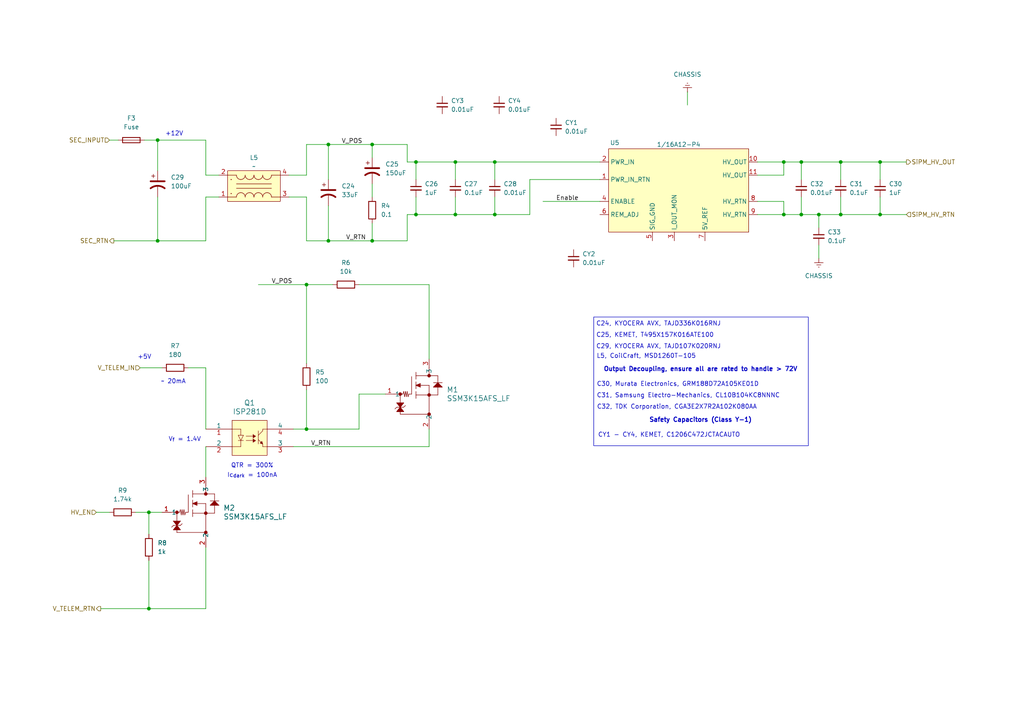
<source format=kicad_sch>
(kicad_sch
	(version 20231120)
	(generator "eeschema")
	(generator_version "8.0")
	(uuid "f9c3a6fd-50fd-4b62-a74f-1b0cce7dfa69")
	(paper "A4")
	(lib_symbols
		(symbol "Advanced_Energy:1-16A12-P4"
			(exclude_from_sim no)
			(in_bom yes)
			(on_board yes)
			(property "Reference" "U"
				(at 1.778 25.654 0)
				(effects
					(font
						(size 1.27 1.27)
					)
				)
			)
			(property "Value" ""
				(at 0 0 0)
				(effects
					(font
						(size 1.27 1.27)
					)
				)
			)
			(property "Footprint" ""
				(at 0 0 0)
				(effects
					(font
						(size 1.27 1.27)
					)
					(hide yes)
				)
			)
			(property "Datasheet" ""
				(at 0 0 0)
				(effects
					(font
						(size 1.27 1.27)
					)
					(hide yes)
				)
			)
			(property "Description" ""
				(at 0 0 0)
				(effects
					(font
						(size 1.27 1.27)
					)
					(hide yes)
				)
			)
			(symbol "1-16A12-P4_1_1"
				(rectangle
					(start 0 24.13)
					(end 40.64 0)
					(stroke
						(width 0)
						(type default)
					)
					(fill
						(type background)
					)
				)
				(pin output line
					(at -2.54 15.24 0)
					(length 2.54)
					(name "PWR_IN_RTN"
						(effects
							(font
								(size 1.27 1.27)
							)
						)
					)
					(number "1"
						(effects
							(font
								(size 1.27 1.27)
							)
						)
					)
				)
				(pin power_out line
					(at 43.18 20.32 180)
					(length 2.54)
					(name "HV_OUT"
						(effects
							(font
								(size 1.27 1.27)
							)
						)
					)
					(number "10"
						(effects
							(font
								(size 1.27 1.27)
							)
						)
					)
				)
				(pin power_out line
					(at 43.18 16.51 180)
					(length 2.54)
					(name "HV_OUT"
						(effects
							(font
								(size 1.27 1.27)
							)
						)
					)
					(number "11"
						(effects
							(font
								(size 1.27 1.27)
							)
						)
					)
				)
				(pin input line
					(at -2.54 20.32 0)
					(length 2.54)
					(name "PWR_IN"
						(effects
							(font
								(size 1.27 1.27)
							)
						)
					)
					(number "2"
						(effects
							(font
								(size 1.27 1.27)
							)
						)
					)
				)
				(pin output line
					(at 19.05 -2.54 90)
					(length 2.54)
					(name "I_OUT_MON"
						(effects
							(font
								(size 1.27 1.27)
							)
						)
					)
					(number "3"
						(effects
							(font
								(size 1.27 1.27)
							)
						)
					)
				)
				(pin input line
					(at -2.54 8.89 0)
					(length 2.54)
					(name "ENABLE"
						(effects
							(font
								(size 1.27 1.27)
							)
						)
					)
					(number "4"
						(effects
							(font
								(size 1.27 1.27)
							)
						)
					)
				)
				(pin power_in line
					(at 12.7 -2.54 90)
					(length 2.54)
					(name "SIG_GND"
						(effects
							(font
								(size 1.27 1.27)
							)
						)
					)
					(number "5"
						(effects
							(font
								(size 1.27 1.27)
							)
						)
					)
				)
				(pin input line
					(at -2.54 5.08 0)
					(length 2.54)
					(name "REM_ADJ"
						(effects
							(font
								(size 1.27 1.27)
							)
						)
					)
					(number "6"
						(effects
							(font
								(size 1.27 1.27)
							)
						)
					)
				)
				(pin power_out line
					(at 27.94 -2.54 90)
					(length 2.54)
					(name "5V_REF"
						(effects
							(font
								(size 1.27 1.27)
							)
						)
					)
					(number "7"
						(effects
							(font
								(size 1.27 1.27)
							)
						)
					)
				)
				(pin power_in line
					(at 43.18 8.89 180)
					(length 2.54)
					(name "HV_RTN"
						(effects
							(font
								(size 1.27 1.27)
							)
						)
					)
					(number "8"
						(effects
							(font
								(size 1.27 1.27)
							)
						)
					)
				)
				(pin power_in line
					(at 43.18 5.08 180)
					(length 2.54)
					(name "HV_RTN"
						(effects
							(font
								(size 1.27 1.27)
							)
						)
					)
					(number "9"
						(effects
							(font
								(size 1.27 1.27)
							)
						)
					)
				)
			)
		)
		(symbol "CoilCraft:MSD1260T-105"
			(pin_names
				(offset 0)
			)
			(exclude_from_sim no)
			(in_bom yes)
			(on_board yes)
			(property "Reference" "L"
				(at 1.524 10.16 0)
				(effects
					(font
						(size 1.27 1.27)
					)
				)
			)
			(property "Value" ""
				(at 11.43 2.54 0)
				(effects
					(font
						(size 1.27 1.27)
					)
				)
			)
			(property "Footprint" ""
				(at 11.43 2.54 0)
				(effects
					(font
						(size 1.27 1.27)
					)
					(hide yes)
				)
			)
			(property "Datasheet" ""
				(at 11.43 2.54 0)
				(effects
					(font
						(size 1.27 1.27)
					)
					(hide yes)
				)
			)
			(property "Description" ""
				(at 11.43 2.54 0)
				(effects
					(font
						(size 1.27 1.27)
					)
					(hide yes)
				)
			)
			(symbol "MSD1260T-105_0_1"
				(polyline
					(pts
						(xy 2.54 3.81) (xy 12.7 3.81)
					)
					(stroke
						(width 0)
						(type default)
					)
					(fill
						(type none)
					)
				)
				(arc
					(start 2.5401 7.6199)
					(mid 2.9121 6.7219)
					(end 3.8101 6.3499)
					(stroke
						(width 0)
						(type default)
					)
					(fill
						(type none)
					)
				)
				(arc
					(start 3.81 2.54)
					(mid 2.912 2.168)
					(end 2.54 1.27)
					(stroke
						(width 0)
						(type default)
					)
					(fill
						(type none)
					)
				)
				(arc
					(start 3.8101 6.3499)
					(mid 4.7081 6.7219)
					(end 5.0801 7.6199)
					(stroke
						(width 0)
						(type default)
					)
					(fill
						(type none)
					)
				)
				(arc
					(start 5.08 1.27)
					(mid 4.708 2.168)
					(end 3.81 2.54)
					(stroke
						(width 0)
						(type default)
					)
					(fill
						(type none)
					)
				)
				(arc
					(start 5.0801 7.6199)
					(mid 5.4521 6.7219)
					(end 6.3501 6.3499)
					(stroke
						(width 0)
						(type default)
					)
					(fill
						(type none)
					)
				)
				(arc
					(start 6.35 2.54)
					(mid 5.452 2.168)
					(end 5.08 1.27)
					(stroke
						(width 0)
						(type default)
					)
					(fill
						(type none)
					)
				)
				(arc
					(start 6.3501 6.3499)
					(mid 7.2481 6.7219)
					(end 7.6201 7.6199)
					(stroke
						(width 0)
						(type default)
					)
					(fill
						(type none)
					)
				)
				(arc
					(start 7.62 1.27)
					(mid 7.248 2.168)
					(end 6.35 2.54)
					(stroke
						(width 0)
						(type default)
					)
					(fill
						(type none)
					)
				)
				(arc
					(start 7.6201 7.6199)
					(mid 7.9921 6.7219)
					(end 8.8901 6.3499)
					(stroke
						(width 0)
						(type default)
					)
					(fill
						(type none)
					)
				)
				(arc
					(start 8.89 2.54)
					(mid 7.992 2.168)
					(end 7.62 1.27)
					(stroke
						(width 0)
						(type default)
					)
					(fill
						(type none)
					)
				)
				(arc
					(start 8.8901 6.3499)
					(mid 9.7881 6.7219)
					(end 10.1601 7.6199)
					(stroke
						(width 0)
						(type default)
					)
					(fill
						(type none)
					)
				)
				(arc
					(start 10.16 1.27)
					(mid 9.788 2.168)
					(end 8.89 2.54)
					(stroke
						(width 0)
						(type default)
					)
					(fill
						(type none)
					)
				)
				(arc
					(start 10.1601 7.6199)
					(mid 10.5321 6.7219)
					(end 11.4301 6.3499)
					(stroke
						(width 0)
						(type default)
					)
					(fill
						(type none)
					)
				)
				(arc
					(start 11.43 2.54)
					(mid 10.532 2.168)
					(end 10.16 1.27)
					(stroke
						(width 0)
						(type default)
					)
					(fill
						(type none)
					)
				)
				(arc
					(start 11.4301 6.3499)
					(mid 12.3281 6.7219)
					(end 12.7001 7.6199)
					(stroke
						(width 0)
						(type default)
					)
					(fill
						(type none)
					)
				)
				(arc
					(start 12.7 1.27)
					(mid 12.328 2.168)
					(end 11.43 2.54)
					(stroke
						(width 0)
						(type default)
					)
					(fill
						(type none)
					)
				)
			)
			(symbol "MSD1260T-105_1_1"
				(polyline
					(pts
						(xy 2.54 1.27) (xy 0 1.27)
					)
					(stroke
						(width 0)
						(type default)
					)
					(fill
						(type none)
					)
				)
				(polyline
					(pts
						(xy 2.54 5.08) (xy 12.7 5.08)
					)
					(stroke
						(width 0)
						(type default)
					)
					(fill
						(type none)
					)
				)
				(polyline
					(pts
						(xy 2.54 7.62) (xy 0 7.62)
					)
					(stroke
						(width 0)
						(type default)
					)
					(fill
						(type none)
					)
				)
				(polyline
					(pts
						(xy 12.7 1.27) (xy 15.24 1.27)
					)
					(stroke
						(width 0)
						(type default)
					)
					(fill
						(type none)
					)
				)
				(polyline
					(pts
						(xy 12.7 7.62) (xy 15.24 7.62)
					)
					(stroke
						(width 0)
						(type default)
					)
					(fill
						(type none)
					)
				)
				(rectangle
					(start 0 8.89)
					(end 15.24 0)
					(stroke
						(width 0)
						(type default)
					)
					(fill
						(type background)
					)
				)
				(text "."
					(at 1.016 2.794 0)
					(effects
						(font
							(size 1.27 1.27)
						)
					)
				)
				(text "."
					(at 1.016 6.858 0)
					(effects
						(font
							(size 1.27 1.27)
						)
					)
				)
				(pin input line
					(at -2.54 1.27 0)
					(length 2.54)
					(name ""
						(effects
							(font
								(size 1.27 1.27)
							)
						)
					)
					(number "1"
						(effects
							(font
								(size 1.27 1.27)
							)
						)
					)
				)
				(pin input line
					(at -2.54 7.62 0)
					(length 2.54)
					(name ""
						(effects
							(font
								(size 1.27 1.27)
							)
						)
					)
					(number "2"
						(effects
							(font
								(size 1.27 1.27)
							)
						)
					)
				)
				(pin input line
					(at 17.78 1.27 180)
					(length 2.54)
					(name ""
						(effects
							(font
								(size 1.27 1.27)
							)
						)
					)
					(number "3"
						(effects
							(font
								(size 1.27 1.27)
							)
						)
					)
				)
				(pin input line
					(at 17.78 7.62 180)
					(length 2.54)
					(name ""
						(effects
							(font
								(size 1.27 1.27)
							)
						)
					)
					(number "4"
						(effects
							(font
								(size 1.27 1.27)
							)
						)
					)
				)
			)
		)
		(symbol "Device:C_Polarized_US"
			(pin_numbers hide)
			(pin_names
				(offset 0.254) hide)
			(exclude_from_sim no)
			(in_bom yes)
			(on_board yes)
			(property "Reference" "C"
				(at 0.635 2.54 0)
				(effects
					(font
						(size 1.27 1.27)
					)
					(justify left)
				)
			)
			(property "Value" "C_Polarized_US"
				(at 0.635 -2.54 0)
				(effects
					(font
						(size 1.27 1.27)
					)
					(justify left)
				)
			)
			(property "Footprint" ""
				(at 0 0 0)
				(effects
					(font
						(size 1.27 1.27)
					)
					(hide yes)
				)
			)
			(property "Datasheet" "~"
				(at 0 0 0)
				(effects
					(font
						(size 1.27 1.27)
					)
					(hide yes)
				)
			)
			(property "Description" "Polarized capacitor, US symbol"
				(at 0 0 0)
				(effects
					(font
						(size 1.27 1.27)
					)
					(hide yes)
				)
			)
			(property "ki_keywords" "cap capacitor"
				(at 0 0 0)
				(effects
					(font
						(size 1.27 1.27)
					)
					(hide yes)
				)
			)
			(property "ki_fp_filters" "CP_*"
				(at 0 0 0)
				(effects
					(font
						(size 1.27 1.27)
					)
					(hide yes)
				)
			)
			(symbol "C_Polarized_US_0_1"
				(polyline
					(pts
						(xy -2.032 0.762) (xy 2.032 0.762)
					)
					(stroke
						(width 0.508)
						(type default)
					)
					(fill
						(type none)
					)
				)
				(polyline
					(pts
						(xy -1.778 2.286) (xy -0.762 2.286)
					)
					(stroke
						(width 0)
						(type default)
					)
					(fill
						(type none)
					)
				)
				(polyline
					(pts
						(xy -1.27 1.778) (xy -1.27 2.794)
					)
					(stroke
						(width 0)
						(type default)
					)
					(fill
						(type none)
					)
				)
				(arc
					(start 2.032 -1.27)
					(mid 0 -0.5572)
					(end -2.032 -1.27)
					(stroke
						(width 0.508)
						(type default)
					)
					(fill
						(type none)
					)
				)
			)
			(symbol "C_Polarized_US_1_1"
				(pin passive line
					(at 0 3.81 270)
					(length 2.794)
					(name "~"
						(effects
							(font
								(size 1.27 1.27)
							)
						)
					)
					(number "1"
						(effects
							(font
								(size 1.27 1.27)
							)
						)
					)
				)
				(pin passive line
					(at 0 -3.81 90)
					(length 3.302)
					(name "~"
						(effects
							(font
								(size 1.27 1.27)
							)
						)
					)
					(number "2"
						(effects
							(font
								(size 1.27 1.27)
							)
						)
					)
				)
			)
		)
		(symbol "Device:C_Small"
			(pin_numbers hide)
			(pin_names
				(offset 0.254) hide)
			(exclude_from_sim no)
			(in_bom yes)
			(on_board yes)
			(property "Reference" "C"
				(at 0.254 1.778 0)
				(effects
					(font
						(size 1.27 1.27)
					)
					(justify left)
				)
			)
			(property "Value" "C_Small"
				(at 0.254 -2.032 0)
				(effects
					(font
						(size 1.27 1.27)
					)
					(justify left)
				)
			)
			(property "Footprint" ""
				(at 0 0 0)
				(effects
					(font
						(size 1.27 1.27)
					)
					(hide yes)
				)
			)
			(property "Datasheet" "~"
				(at 0 0 0)
				(effects
					(font
						(size 1.27 1.27)
					)
					(hide yes)
				)
			)
			(property "Description" "Unpolarized capacitor, small symbol"
				(at 0 0 0)
				(effects
					(font
						(size 1.27 1.27)
					)
					(hide yes)
				)
			)
			(property "ki_keywords" "capacitor cap"
				(at 0 0 0)
				(effects
					(font
						(size 1.27 1.27)
					)
					(hide yes)
				)
			)
			(property "ki_fp_filters" "C_*"
				(at 0 0 0)
				(effects
					(font
						(size 1.27 1.27)
					)
					(hide yes)
				)
			)
			(symbol "C_Small_0_1"
				(polyline
					(pts
						(xy -1.524 -0.508) (xy 1.524 -0.508)
					)
					(stroke
						(width 0.3302)
						(type default)
					)
					(fill
						(type none)
					)
				)
				(polyline
					(pts
						(xy -1.524 0.508) (xy 1.524 0.508)
					)
					(stroke
						(width 0.3048)
						(type default)
					)
					(fill
						(type none)
					)
				)
			)
			(symbol "C_Small_1_1"
				(pin passive line
					(at 0 2.54 270)
					(length 2.032)
					(name "~"
						(effects
							(font
								(size 1.27 1.27)
							)
						)
					)
					(number "1"
						(effects
							(font
								(size 1.27 1.27)
							)
						)
					)
				)
				(pin passive line
					(at 0 -2.54 90)
					(length 2.032)
					(name "~"
						(effects
							(font
								(size 1.27 1.27)
							)
						)
					)
					(number "2"
						(effects
							(font
								(size 1.27 1.27)
							)
						)
					)
				)
			)
		)
		(symbol "Device:Fuse"
			(pin_numbers hide)
			(pin_names
				(offset 0)
			)
			(exclude_from_sim no)
			(in_bom yes)
			(on_board yes)
			(property "Reference" "F"
				(at 2.032 0 90)
				(effects
					(font
						(size 1.27 1.27)
					)
				)
			)
			(property "Value" "Fuse"
				(at -1.905 0 90)
				(effects
					(font
						(size 1.27 1.27)
					)
				)
			)
			(property "Footprint" ""
				(at -1.778 0 90)
				(effects
					(font
						(size 1.27 1.27)
					)
					(hide yes)
				)
			)
			(property "Datasheet" "~"
				(at 0 0 0)
				(effects
					(font
						(size 1.27 1.27)
					)
					(hide yes)
				)
			)
			(property "Description" "Fuse"
				(at 0 0 0)
				(effects
					(font
						(size 1.27 1.27)
					)
					(hide yes)
				)
			)
			(property "ki_keywords" "fuse"
				(at 0 0 0)
				(effects
					(font
						(size 1.27 1.27)
					)
					(hide yes)
				)
			)
			(property "ki_fp_filters" "*Fuse*"
				(at 0 0 0)
				(effects
					(font
						(size 1.27 1.27)
					)
					(hide yes)
				)
			)
			(symbol "Fuse_0_1"
				(rectangle
					(start -0.762 -2.54)
					(end 0.762 2.54)
					(stroke
						(width 0.254)
						(type default)
					)
					(fill
						(type none)
					)
				)
				(polyline
					(pts
						(xy 0 2.54) (xy 0 -2.54)
					)
					(stroke
						(width 0)
						(type default)
					)
					(fill
						(type none)
					)
				)
			)
			(symbol "Fuse_1_1"
				(pin passive line
					(at 0 3.81 270)
					(length 1.27)
					(name "~"
						(effects
							(font
								(size 1.27 1.27)
							)
						)
					)
					(number "1"
						(effects
							(font
								(size 1.27 1.27)
							)
						)
					)
				)
				(pin passive line
					(at 0 -3.81 90)
					(length 1.27)
					(name "~"
						(effects
							(font
								(size 1.27 1.27)
							)
						)
					)
					(number "2"
						(effects
							(font
								(size 1.27 1.27)
							)
						)
					)
				)
			)
		)
		(symbol "Device:R"
			(pin_numbers hide)
			(pin_names
				(offset 0)
			)
			(exclude_from_sim no)
			(in_bom yes)
			(on_board yes)
			(property "Reference" "R"
				(at 2.032 0 90)
				(effects
					(font
						(size 1.27 1.27)
					)
				)
			)
			(property "Value" "R"
				(at 0 0 90)
				(effects
					(font
						(size 1.27 1.27)
					)
				)
			)
			(property "Footprint" ""
				(at -1.778 0 90)
				(effects
					(font
						(size 1.27 1.27)
					)
					(hide yes)
				)
			)
			(property "Datasheet" "~"
				(at 0 0 0)
				(effects
					(font
						(size 1.27 1.27)
					)
					(hide yes)
				)
			)
			(property "Description" "Resistor"
				(at 0 0 0)
				(effects
					(font
						(size 1.27 1.27)
					)
					(hide yes)
				)
			)
			(property "ki_keywords" "R res resistor"
				(at 0 0 0)
				(effects
					(font
						(size 1.27 1.27)
					)
					(hide yes)
				)
			)
			(property "ki_fp_filters" "R_*"
				(at 0 0 0)
				(effects
					(font
						(size 1.27 1.27)
					)
					(hide yes)
				)
			)
			(symbol "R_0_1"
				(rectangle
					(start -1.016 -2.54)
					(end 1.016 2.54)
					(stroke
						(width 0.254)
						(type default)
					)
					(fill
						(type none)
					)
				)
			)
			(symbol "R_1_1"
				(pin passive line
					(at 0 3.81 270)
					(length 1.27)
					(name "~"
						(effects
							(font
								(size 1.27 1.27)
							)
						)
					)
					(number "1"
						(effects
							(font
								(size 1.27 1.27)
							)
						)
					)
				)
				(pin passive line
					(at 0 -3.81 90)
					(length 1.27)
					(name "~"
						(effects
							(font
								(size 1.27 1.27)
							)
						)
					)
					(number "2"
						(effects
							(font
								(size 1.27 1.27)
							)
						)
					)
				)
			)
		)
		(symbol "ISOCOM:ISP281D"
			(pin_names
				(offset 0)
			)
			(exclude_from_sim no)
			(in_bom yes)
			(on_board yes)
			(property "Reference" "Q"
				(at 8.89 7.366 0)
				(effects
					(font
						(size 1.524 1.524)
					)
				)
			)
			(property "Value" "ISP281D"
				(at 12.446 4.572 0)
				(effects
					(font
						(size 1.524 1.524)
					)
				)
			)
			(property "Footprint" "ISP281D_ISO"
				(at 0 0 0)
				(effects
					(font
						(size 1.27 1.27)
						(italic yes)
					)
					(hide yes)
				)
			)
			(property "Datasheet" "ISP281D"
				(at 0 0 0)
				(effects
					(font
						(size 1.27 1.27)
						(italic yes)
					)
					(hide yes)
				)
			)
			(property "Description" ""
				(at 0 0 0)
				(effects
					(font
						(size 1.27 1.27)
					)
					(hide yes)
				)
			)
			(property "ki_keywords" "ISP281D"
				(at 0 0 0)
				(effects
					(font
						(size 1.27 1.27)
					)
					(hide yes)
				)
			)
			(property "ki_fp_filters" "ISP281D_ISO ISP281D_ISO-M ISP281D_ISO-L"
				(at 0 0 0)
				(effects
					(font
						(size 1.27 1.27)
					)
					(hide yes)
				)
			)
			(symbol "ISP281D_0_1"
				(polyline
					(pts
						(xy 9.398 -3.302) (xy 10.922 -3.302)
					)
					(stroke
						(width 0.127)
						(type default)
					)
					(fill
						(type none)
					)
				)
				(polyline
					(pts
						(xy 9.398 -1.778) (xy 10.16 -3.302)
					)
					(stroke
						(width 0.127)
						(type default)
					)
					(fill
						(type none)
					)
				)
				(polyline
					(pts
						(xy 10.16 -5.08) (xy 7.62 -5.08)
					)
					(stroke
						(width 0.127)
						(type default)
					)
					(fill
						(type none)
					)
				)
				(polyline
					(pts
						(xy 10.16 -3.302) (xy 10.16 -5.08)
					)
					(stroke
						(width 0.127)
						(type default)
					)
					(fill
						(type none)
					)
				)
				(polyline
					(pts
						(xy 10.16 -3.302) (xy 10.922 -1.778)
					)
					(stroke
						(width 0.127)
						(type default)
					)
					(fill
						(type none)
					)
				)
				(polyline
					(pts
						(xy 10.16 0) (xy 7.62 0)
					)
					(stroke
						(width 0.127)
						(type default)
					)
					(fill
						(type none)
					)
				)
				(polyline
					(pts
						(xy 10.16 0) (xy 10.16 -1.778)
					)
					(stroke
						(width 0.127)
						(type default)
					)
					(fill
						(type none)
					)
				)
				(polyline
					(pts
						(xy 10.922 -1.778) (xy 9.398 -1.778)
					)
					(stroke
						(width 0.127)
						(type default)
					)
					(fill
						(type none)
					)
				)
				(polyline
					(pts
						(xy 11.684 -3.302) (xy 13.716 -3.302)
					)
					(stroke
						(width 0.127)
						(type default)
					)
					(fill
						(type none)
					)
				)
				(polyline
					(pts
						(xy 11.684 -2.032) (xy 13.716 -2.032)
					)
					(stroke
						(width 0.127)
						(type default)
					)
					(fill
						(type none)
					)
				)
				(polyline
					(pts
						(xy 15.24 -4.318) (xy 15.24 -0.508)
					)
					(stroke
						(width 0.127)
						(type default)
					)
					(fill
						(type none)
					)
				)
				(polyline
					(pts
						(xy 15.24 -3.048) (xy 16.002 -3.81)
					)
					(stroke
						(width 0.127)
						(type default)
					)
					(fill
						(type none)
					)
				)
				(polyline
					(pts
						(xy 15.24 -1.778) (xy 16.51 -0.508)
					)
					(stroke
						(width 0.127)
						(type default)
					)
					(fill
						(type none)
					)
				)
				(polyline
					(pts
						(xy 16.51 -4.318) (xy 16.51 -5.08)
					)
					(stroke
						(width 0.127)
						(type default)
					)
					(fill
						(type none)
					)
				)
				(polyline
					(pts
						(xy 16.51 -0.508) (xy 16.51 0)
					)
					(stroke
						(width 0.127)
						(type default)
					)
					(fill
						(type none)
					)
				)
				(polyline
					(pts
						(xy 16.51 0) (xy 17.78 0)
					)
					(stroke
						(width 0.127)
						(type default)
					)
					(fill
						(type none)
					)
				)
				(polyline
					(pts
						(xy 17.78 -5.08) (xy 16.51 -5.08)
					)
					(stroke
						(width 0.127)
						(type default)
					)
					(fill
						(type none)
					)
				)
				(polyline
					(pts
						(xy 13.716 -2.794) (xy 13.716 -3.81) (xy 14.478 -3.302)
					)
					(stroke
						(width 0)
						(type default)
					)
					(fill
						(type outline)
					)
				)
				(polyline
					(pts
						(xy 13.716 -1.524) (xy 13.716 -2.54) (xy 14.478 -2.032)
					)
					(stroke
						(width 0)
						(type default)
					)
					(fill
						(type outline)
					)
				)
				(polyline
					(pts
						(xy 16.4717 -4.3107) (xy 15.748 -4.064) (xy 16.256 -3.556) (xy 16.51 -4.318)
					)
					(stroke
						(width 0)
						(type default)
					)
					(fill
						(type outline)
					)
				)
				(pin unspecified line
					(at 0 0 0)
					(length 7.62)
					(name "1"
						(effects
							(font
								(size 1.27 1.27)
							)
						)
					)
					(number "1"
						(effects
							(font
								(size 1.27 1.27)
							)
						)
					)
				)
				(pin unspecified line
					(at 0 -5.08 0)
					(length 7.62)
					(name "2"
						(effects
							(font
								(size 1.27 1.27)
							)
						)
					)
					(number "2"
						(effects
							(font
								(size 1.27 1.27)
							)
						)
					)
				)
				(pin unspecified line
					(at 25.4 -5.08 180)
					(length 7.62)
					(name "3"
						(effects
							(font
								(size 1.27 1.27)
							)
						)
					)
					(number "3"
						(effects
							(font
								(size 1.27 1.27)
							)
						)
					)
				)
				(pin unspecified line
					(at 25.4 0 180)
					(length 7.62)
					(name "4"
						(effects
							(font
								(size 1.27 1.27)
							)
						)
					)
					(number "4"
						(effects
							(font
								(size 1.27 1.27)
							)
						)
					)
				)
			)
			(symbol "ISP281D_1_1"
				(rectangle
					(start 7.62 2.54)
					(end 17.78 -7.62)
					(stroke
						(width 0)
						(type default)
					)
					(fill
						(type background)
					)
				)
			)
		)
		(symbol "Toshiba_Semiconductor:SSM3K15AFS_LF"
			(pin_names
				(offset 0.254)
			)
			(exclude_from_sim no)
			(in_bom yes)
			(on_board yes)
			(property "Reference" "MOSFET"
				(at 0 0 0)
				(effects
					(font
						(size 1.524 1.524)
					)
				)
			)
			(property "Value" "SSM3K15AFS_LF"
				(at 0 0 0)
				(effects
					(font
						(size 1.524 1.524)
					)
				)
			)
			(property "Footprint" "SSM_TOS"
				(at 0 0 0)
				(effects
					(font
						(size 1.27 1.27)
						(italic yes)
					)
					(hide yes)
				)
			)
			(property "Datasheet" "SSM3K15AFS_LF"
				(at 0 0 0)
				(effects
					(font
						(size 1.27 1.27)
						(italic yes)
					)
					(hide yes)
				)
			)
			(property "Description" ""
				(at 0 0 0)
				(effects
					(font
						(size 1.27 1.27)
					)
					(hide yes)
				)
			)
			(property "ki_locked" ""
				(at 0 0 0)
				(effects
					(font
						(size 1.27 1.27)
					)
				)
			)
			(property "ki_keywords" "SSM3K15AFS,LF"
				(at 0 0 0)
				(effects
					(font
						(size 1.27 1.27)
					)
					(hide yes)
				)
			)
			(property "ki_fp_filters" "SSM_TOS SSM_TOS-M SSM_TOS-L"
				(at 0 0 0)
				(effects
					(font
						(size 1.27 1.27)
					)
					(hide yes)
				)
			)
			(symbol "SSM3K15AFS_LF_0_1"
				(polyline
					(pts
						(xy 0 -7.62) (xy 2.54 -7.62)
					)
					(stroke
						(width 0.1524)
						(type default)
					)
					(fill
						(type none)
					)
				)
				(polyline
					(pts
						(xy 0.762 -12.7) (xy 2.794 -12.7)
					)
					(stroke
						(width 0.1524)
						(type default)
					)
					(fill
						(type none)
					)
				)
				(polyline
					(pts
						(xy 0.762 -11.43) (xy 0.254 -11.938)
					)
					(stroke
						(width 0.1524)
						(type default)
					)
					(fill
						(type none)
					)
				)
				(polyline
					(pts
						(xy 0.762 -11.43) (xy 2.794 -11.43)
					)
					(stroke
						(width 0.1524)
						(type default)
					)
					(fill
						(type none)
					)
				)
				(polyline
					(pts
						(xy 0.762 -10.16) (xy 1.778 -11.43)
					)
					(stroke
						(width 0.1524)
						(type default)
					)
					(fill
						(type none)
					)
				)
				(polyline
					(pts
						(xy 1.778 -13.462) (xy 10.16 -13.462)
					)
					(stroke
						(width 0.1524)
						(type default)
					)
					(fill
						(type none)
					)
				)
				(polyline
					(pts
						(xy 1.778 -12.7) (xy 1.778 -13.462)
					)
					(stroke
						(width 0.1524)
						(type default)
					)
					(fill
						(type none)
					)
				)
				(polyline
					(pts
						(xy 1.778 -11.43) (xy 0.762 -12.7)
					)
					(stroke
						(width 0.1524)
						(type default)
					)
					(fill
						(type none)
					)
				)
				(polyline
					(pts
						(xy 1.778 -11.43) (xy 2.794 -10.16)
					)
					(stroke
						(width 0.1524)
						(type default)
					)
					(fill
						(type none)
					)
				)
				(polyline
					(pts
						(xy 1.778 -7.62) (xy 1.778 -10.16)
					)
					(stroke
						(width 0.1524)
						(type default)
					)
					(fill
						(type none)
					)
				)
				(polyline
					(pts
						(xy 2.794 -12.7) (xy 1.778 -11.43)
					)
					(stroke
						(width 0.1524)
						(type default)
					)
					(fill
						(type none)
					)
				)
				(polyline
					(pts
						(xy 2.794 -11.43) (xy 3.302 -10.922)
					)
					(stroke
						(width 0.1524)
						(type default)
					)
					(fill
						(type none)
					)
				)
				(polyline
					(pts
						(xy 2.794 -10.16) (xy 0.762 -10.16)
					)
					(stroke
						(width 0.1524)
						(type default)
					)
					(fill
						(type none)
					)
				)
				(polyline
					(pts
						(xy 2.794 -6.858) (xy 2.54 -7.62)
					)
					(stroke
						(width 0.1524)
						(type default)
					)
					(fill
						(type none)
					)
				)
				(polyline
					(pts
						(xy 3.048 -8.382) (xy 2.794 -6.858)
					)
					(stroke
						(width 0.1524)
						(type default)
					)
					(fill
						(type none)
					)
				)
				(polyline
					(pts
						(xy 3.302 -6.858) (xy 3.048 -8.382)
					)
					(stroke
						(width 0.1524)
						(type default)
					)
					(fill
						(type none)
					)
				)
				(polyline
					(pts
						(xy 3.556 -8.382) (xy 3.302 -6.858)
					)
					(stroke
						(width 0.1524)
						(type default)
					)
					(fill
						(type none)
					)
				)
				(polyline
					(pts
						(xy 3.81 -6.858) (xy 3.556 -8.382)
					)
					(stroke
						(width 0.1524)
						(type default)
					)
					(fill
						(type none)
					)
				)
				(polyline
					(pts
						(xy 4.064 -8.382) (xy 3.81 -6.858)
					)
					(stroke
						(width 0.1524)
						(type default)
					)
					(fill
						(type none)
					)
				)
				(polyline
					(pts
						(xy 4.318 -7.62) (xy 4.064 -8.382)
					)
					(stroke
						(width 0.1524)
						(type default)
					)
					(fill
						(type none)
					)
				)
				(polyline
					(pts
						(xy 5.08 -7.62) (xy 4.318 -7.62)
					)
					(stroke
						(width 0.1524)
						(type default)
					)
					(fill
						(type none)
					)
				)
				(polyline
					(pts
						(xy 5.08 -7.62) (xy 5.08 -2.54)
					)
					(stroke
						(width 0.1524)
						(type default)
					)
					(fill
						(type none)
					)
				)
				(polyline
					(pts
						(xy 6.35 -8.89) (xy 6.35 -6.858)
					)
					(stroke
						(width 0.1524)
						(type default)
					)
					(fill
						(type none)
					)
				)
				(polyline
					(pts
						(xy 6.35 -7.874) (xy 12.7 -7.874)
					)
					(stroke
						(width 0.1524)
						(type default)
					)
					(fill
						(type none)
					)
				)
				(polyline
					(pts
						(xy 6.35 -6.096) (xy 6.35 -4.064)
					)
					(stroke
						(width 0.1524)
						(type default)
					)
					(fill
						(type none)
					)
				)
				(polyline
					(pts
						(xy 6.35 -5.08) (xy 7.62 -4.572)
					)
					(stroke
						(width 0.1524)
						(type default)
					)
					(fill
						(type none)
					)
				)
				(polyline
					(pts
						(xy 6.35 -3.302) (xy 6.35 -1.27)
					)
					(stroke
						(width 0.1524)
						(type default)
					)
					(fill
						(type none)
					)
				)
				(polyline
					(pts
						(xy 7.62 -5.588) (xy 6.35 -5.08)
					)
					(stroke
						(width 0.1524)
						(type default)
					)
					(fill
						(type none)
					)
				)
				(polyline
					(pts
						(xy 7.62 -5.08) (xy 10.16 -5.08)
					)
					(stroke
						(width 0.1524)
						(type default)
					)
					(fill
						(type none)
					)
				)
				(polyline
					(pts
						(xy 7.62 -4.572) (xy 7.62 -5.588)
					)
					(stroke
						(width 0.1524)
						(type default)
					)
					(fill
						(type none)
					)
				)
				(polyline
					(pts
						(xy 10.16 -5.08) (xy 10.16 -15.24)
					)
					(stroke
						(width 0.1524)
						(type default)
					)
					(fill
						(type none)
					)
				)
				(polyline
					(pts
						(xy 10.16 0) (xy 10.16 -2.286)
					)
					(stroke
						(width 0.1524)
						(type default)
					)
					(fill
						(type none)
					)
				)
				(polyline
					(pts
						(xy 11.43 -5.588) (xy 13.97 -5.588)
					)
					(stroke
						(width 0.1524)
						(type default)
					)
					(fill
						(type none)
					)
				)
				(polyline
					(pts
						(xy 11.43 -4.318) (xy 13.97 -4.318)
					)
					(stroke
						(width 0.1524)
						(type default)
					)
					(fill
						(type none)
					)
				)
				(polyline
					(pts
						(xy 12.7 -7.874) (xy 12.7 -5.588)
					)
					(stroke
						(width 0.1524)
						(type default)
					)
					(fill
						(type none)
					)
				)
				(polyline
					(pts
						(xy 12.7 -4.318) (xy 11.43 -5.588)
					)
					(stroke
						(width 0.1524)
						(type default)
					)
					(fill
						(type none)
					)
				)
				(polyline
					(pts
						(xy 12.7 -4.318) (xy 12.7 -2.286)
					)
					(stroke
						(width 0.1524)
						(type default)
					)
					(fill
						(type none)
					)
				)
				(polyline
					(pts
						(xy 12.7 -2.286) (xy 6.35 -2.286)
					)
					(stroke
						(width 0.1524)
						(type default)
					)
					(fill
						(type none)
					)
				)
				(polyline
					(pts
						(xy 13.97 -5.588) (xy 12.7 -4.318)
					)
					(stroke
						(width 0.1524)
						(type default)
					)
					(fill
						(type none)
					)
				)
				(polyline
					(pts
						(xy 7.62 -4.572) (xy 6.35 -5.08) (xy 7.62 -5.588)
					)
					(stroke
						(width 0)
						(type default)
					)
					(fill
						(type outline)
					)
				)
				(polyline
					(pts
						(xy 12.7 -4.318) (xy 11.43 -5.588) (xy 13.97 -5.588)
					)
					(stroke
						(width 0)
						(type default)
					)
					(fill
						(type outline)
					)
				)
				(polyline
					(pts
						(xy 0.762 -10.16) (xy 1.778 -11.43) (xy 0.762 -12.7) (xy 2.794 -12.7) (xy 1.778 -11.43) (xy 2.794 -10.16)
					)
					(stroke
						(width 0)
						(type default)
					)
					(fill
						(type outline)
					)
				)
				(circle
					(center 1.778 -7.62)
					(radius 0.254)
					(stroke
						(width 0.508)
						(type default)
					)
					(fill
						(type none)
					)
				)
				(circle
					(center 10.16 -13.462)
					(radius 0.254)
					(stroke
						(width 0.508)
						(type default)
					)
					(fill
						(type none)
					)
				)
				(circle
					(center 10.16 -7.874)
					(radius 0.254)
					(stroke
						(width 0.508)
						(type default)
					)
					(fill
						(type none)
					)
				)
				(circle
					(center 10.16 -2.286)
					(radius 0.254)
					(stroke
						(width 0.508)
						(type default)
					)
					(fill
						(type none)
					)
				)
				(pin unspecified line
					(at -2.54 -7.62 0)
					(length 2.54)
					(name "1"
						(effects
							(font
								(size 1.27 1.27)
							)
						)
					)
					(number "1"
						(effects
							(font
								(size 1.27 1.27)
							)
						)
					)
				)
				(pin unspecified line
					(at 10.16 -17.78 90)
					(length 2.54)
					(name "2"
						(effects
							(font
								(size 1.27 1.27)
							)
						)
					)
					(number "2"
						(effects
							(font
								(size 1.27 1.27)
							)
						)
					)
				)
				(pin unspecified line
					(at 10.16 2.54 270)
					(length 2.54)
					(name "3"
						(effects
							(font
								(size 1.27 1.27)
							)
						)
					)
					(number "3"
						(effects
							(font
								(size 1.27 1.27)
							)
						)
					)
				)
			)
		)
		(symbol "power:Earth"
			(power)
			(pin_numbers hide)
			(pin_names
				(offset 0) hide)
			(exclude_from_sim no)
			(in_bom yes)
			(on_board yes)
			(property "Reference" "#PWR"
				(at 0 -6.35 0)
				(effects
					(font
						(size 1.27 1.27)
					)
					(hide yes)
				)
			)
			(property "Value" "Earth"
				(at 0 -3.81 0)
				(effects
					(font
						(size 1.27 1.27)
					)
				)
			)
			(property "Footprint" ""
				(at 0 0 0)
				(effects
					(font
						(size 1.27 1.27)
					)
					(hide yes)
				)
			)
			(property "Datasheet" "~"
				(at 0 0 0)
				(effects
					(font
						(size 1.27 1.27)
					)
					(hide yes)
				)
			)
			(property "Description" "Power symbol creates a global label with name \"Earth\""
				(at 0 0 0)
				(effects
					(font
						(size 1.27 1.27)
					)
					(hide yes)
				)
			)
			(property "ki_keywords" "global ground gnd"
				(at 0 0 0)
				(effects
					(font
						(size 1.27 1.27)
					)
					(hide yes)
				)
			)
			(symbol "Earth_0_1"
				(polyline
					(pts
						(xy -0.635 -1.905) (xy 0.635 -1.905)
					)
					(stroke
						(width 0)
						(type default)
					)
					(fill
						(type none)
					)
				)
				(polyline
					(pts
						(xy -0.127 -2.54) (xy 0.127 -2.54)
					)
					(stroke
						(width 0)
						(type default)
					)
					(fill
						(type none)
					)
				)
				(polyline
					(pts
						(xy 0 -1.27) (xy 0 0)
					)
					(stroke
						(width 0)
						(type default)
					)
					(fill
						(type none)
					)
				)
				(polyline
					(pts
						(xy 1.27 -1.27) (xy -1.27 -1.27)
					)
					(stroke
						(width 0)
						(type default)
					)
					(fill
						(type none)
					)
				)
			)
			(symbol "Earth_1_1"
				(pin power_in line
					(at 0 0 270)
					(length 0)
					(name "~"
						(effects
							(font
								(size 1.27 1.27)
							)
						)
					)
					(number "1"
						(effects
							(font
								(size 1.27 1.27)
							)
						)
					)
				)
			)
		)
	)
	(junction
		(at 120.65 46.99)
		(diameter 0)
		(color 0 0 0 0)
		(uuid "11307615-f31d-4dd6-8157-b3fb54bd566a")
	)
	(junction
		(at 120.65 62.23)
		(diameter 0)
		(color 0 0 0 0)
		(uuid "17237bea-c2ba-4f0c-84cf-ec093b27c04f")
	)
	(junction
		(at 232.41 46.99)
		(diameter 0)
		(color 0 0 0 0)
		(uuid "24333ceb-2315-477c-89a1-2f5a235ea123")
	)
	(junction
		(at 143.51 62.23)
		(diameter 0)
		(color 0 0 0 0)
		(uuid "2d9b3774-939e-4aa7-84b7-e8827e067877")
	)
	(junction
		(at 132.08 62.23)
		(diameter 0)
		(color 0 0 0 0)
		(uuid "447da2f5-df4b-4342-ad60-b00d29fdd2d7")
	)
	(junction
		(at 43.18 176.53)
		(diameter 0)
		(color 0 0 0 0)
		(uuid "4faa62e5-da22-406e-af49-59084417e099")
	)
	(junction
		(at 227.33 62.23)
		(diameter 0)
		(color 0 0 0 0)
		(uuid "5a835249-b098-4062-840a-e99c6952005c")
	)
	(junction
		(at 95.25 69.85)
		(diameter 0)
		(color 0 0 0 0)
		(uuid "65f1d0ae-c8c5-485c-b173-827568d186b6")
	)
	(junction
		(at 95.25 41.91)
		(diameter 0)
		(color 0 0 0 0)
		(uuid "6b9dcd12-9229-4712-a24c-49a44af2761d")
	)
	(junction
		(at 43.18 148.59)
		(diameter 0)
		(color 0 0 0 0)
		(uuid "791dac5f-c8f5-46d6-9d8a-aab9f5a6c3f6")
	)
	(junction
		(at 107.95 41.91)
		(diameter 0)
		(color 0 0 0 0)
		(uuid "844fd60f-a7d7-42fe-a001-cc37edaa8426")
	)
	(junction
		(at 255.27 46.99)
		(diameter 0)
		(color 0 0 0 0)
		(uuid "a2c9f71f-2b4e-43dd-8cbb-053098a473da")
	)
	(junction
		(at 45.72 69.85)
		(diameter 0)
		(color 0 0 0 0)
		(uuid "b36ffbc8-6ade-4d50-a14f-38d7a313b0e6")
	)
	(junction
		(at 243.84 46.99)
		(diameter 0)
		(color 0 0 0 0)
		(uuid "b4b803c4-50e8-4198-b4f0-800afb1fd3eb")
	)
	(junction
		(at 143.51 46.99)
		(diameter 0)
		(color 0 0 0 0)
		(uuid "b591cf32-28bb-4d1f-b532-08286007d384")
	)
	(junction
		(at 227.33 46.99)
		(diameter 0)
		(color 0 0 0 0)
		(uuid "c66ae98c-4fc3-4d7d-bc5a-3c65d7beb92e")
	)
	(junction
		(at 255.27 62.23)
		(diameter 0)
		(color 0 0 0 0)
		(uuid "c6e7d417-c51e-48e5-bed7-7db78be967c3")
	)
	(junction
		(at 107.95 69.85)
		(diameter 0)
		(color 0 0 0 0)
		(uuid "d0d74a7a-824d-4e7c-ba09-43a4732e8f9e")
	)
	(junction
		(at 232.41 62.23)
		(diameter 0)
		(color 0 0 0 0)
		(uuid "d5f74205-a52c-4b27-a0e2-3c1e2960d3e4")
	)
	(junction
		(at 45.72 40.64)
		(diameter 0)
		(color 0 0 0 0)
		(uuid "dedf31b0-b38d-4a6d-9654-910cff04c786")
	)
	(junction
		(at 88.9 82.55)
		(diameter 0)
		(color 0 0 0 0)
		(uuid "e59798fa-8dd9-4d80-838d-6613ac1f4afe")
	)
	(junction
		(at 88.9 124.46)
		(diameter 0)
		(color 0 0 0 0)
		(uuid "ecb6ff3a-e37f-4b8f-a53e-7432cce0a4a5")
	)
	(junction
		(at 243.84 62.23)
		(diameter 0)
		(color 0 0 0 0)
		(uuid "f8414a90-f75a-4a09-82f2-4436a4804039")
	)
	(junction
		(at 132.08 46.99)
		(diameter 0)
		(color 0 0 0 0)
		(uuid "f9f192b6-d482-4031-9610-534aabc08114")
	)
	(junction
		(at 237.49 62.23)
		(diameter 0)
		(color 0 0 0 0)
		(uuid "fedec8d1-00fb-418a-9a8d-ae88fe83a7d9")
	)
	(wire
		(pts
			(xy 59.69 158.75) (xy 59.69 176.53)
		)
		(stroke
			(width 0)
			(type default)
		)
		(uuid "010287e6-fa6f-46c3-b83f-ee3e2de9cf66")
	)
	(wire
		(pts
			(xy 83.82 50.8) (xy 88.9 50.8)
		)
		(stroke
			(width 0)
			(type default)
		)
		(uuid "044ea71b-f16a-4fbe-b86c-63a668b1d65e")
	)
	(wire
		(pts
			(xy 45.72 69.85) (xy 59.69 69.85)
		)
		(stroke
			(width 0)
			(type default)
		)
		(uuid "06197839-c0f4-4bc9-8c41-103f71ae408a")
	)
	(wire
		(pts
			(xy 237.49 62.23) (xy 243.84 62.23)
		)
		(stroke
			(width 0)
			(type default)
		)
		(uuid "06ee7c87-84b7-438f-9551-44ad10344405")
	)
	(wire
		(pts
			(xy 88.9 50.8) (xy 88.9 41.91)
		)
		(stroke
			(width 0)
			(type default)
		)
		(uuid "0841d09a-911c-45da-9664-a4184f936373")
	)
	(wire
		(pts
			(xy 120.65 46.99) (xy 132.08 46.99)
		)
		(stroke
			(width 0)
			(type default)
		)
		(uuid "0976b782-ffe3-41f5-81f2-7ca16d420108")
	)
	(wire
		(pts
			(xy 43.18 162.56) (xy 43.18 176.53)
		)
		(stroke
			(width 0)
			(type default)
		)
		(uuid "0a0c1cd1-228b-45f3-a9c1-d84288b5d5a0")
	)
	(wire
		(pts
			(xy 232.41 62.23) (xy 237.49 62.23)
		)
		(stroke
			(width 0)
			(type default)
		)
		(uuid "0a4b6d58-6c9f-47c6-bd3b-0266430d1412")
	)
	(wire
		(pts
			(xy 237.49 71.12) (xy 237.49 74.93)
		)
		(stroke
			(width 0)
			(type default)
		)
		(uuid "0f8da99e-fe71-4b31-a7a4-f68730fbd9ce")
	)
	(wire
		(pts
			(xy 243.84 62.23) (xy 255.27 62.23)
		)
		(stroke
			(width 0)
			(type default)
		)
		(uuid "0fb7ba2d-01d1-4458-b39b-f8ff9e08d905")
	)
	(wire
		(pts
			(xy 132.08 46.99) (xy 132.08 52.07)
		)
		(stroke
			(width 0)
			(type default)
		)
		(uuid "1092cf8d-37a7-493d-b807-8f8f73fd6951")
	)
	(wire
		(pts
			(xy 88.9 69.85) (xy 95.25 69.85)
		)
		(stroke
			(width 0)
			(type default)
		)
		(uuid "1119a778-9f17-414e-ad9d-002d4d1d7881")
	)
	(wire
		(pts
			(xy 59.69 129.54) (xy 59.69 138.43)
		)
		(stroke
			(width 0)
			(type default)
		)
		(uuid "17f023ec-d564-47fb-8e05-882649cd013a")
	)
	(wire
		(pts
			(xy 74.93 82.55) (xy 88.9 82.55)
		)
		(stroke
			(width 0)
			(type default)
		)
		(uuid "18c82588-50e5-4d90-a5a5-53246703a45a")
	)
	(wire
		(pts
			(xy 88.9 82.55) (xy 96.52 82.55)
		)
		(stroke
			(width 0)
			(type default)
		)
		(uuid "1cfb4fe6-6d5a-481b-802f-34c5cb7a31ef")
	)
	(wire
		(pts
			(xy 232.41 62.23) (xy 232.41 57.15)
		)
		(stroke
			(width 0)
			(type default)
		)
		(uuid "2299e3a0-8870-4e9b-b294-29dbbc36ef30")
	)
	(wire
		(pts
			(xy 43.18 176.53) (xy 59.69 176.53)
		)
		(stroke
			(width 0)
			(type default)
		)
		(uuid "23a3eb83-56a2-4d4d-8d40-e7820ea4e3ff")
	)
	(wire
		(pts
			(xy 132.08 46.99) (xy 143.51 46.99)
		)
		(stroke
			(width 0)
			(type default)
		)
		(uuid "257aa220-24a3-41c5-8d71-a4c93731fb68")
	)
	(wire
		(pts
			(xy 54.61 106.68) (xy 59.69 106.68)
		)
		(stroke
			(width 0)
			(type default)
		)
		(uuid "29a1d226-9713-49fb-9aef-54ae23de1e11")
	)
	(wire
		(pts
			(xy 45.72 57.15) (xy 45.72 69.85)
		)
		(stroke
			(width 0)
			(type default)
		)
		(uuid "2be25be7-83eb-4324-9984-5dd69a691c44")
	)
	(wire
		(pts
			(xy 243.84 46.99) (xy 255.27 46.99)
		)
		(stroke
			(width 0)
			(type default)
		)
		(uuid "2dd3accd-eb9c-4ace-946f-e79ea162966f")
	)
	(wire
		(pts
			(xy 255.27 46.99) (xy 262.89 46.99)
		)
		(stroke
			(width 0)
			(type default)
		)
		(uuid "31ead38d-b953-4210-9d85-759822666070")
	)
	(wire
		(pts
			(xy 243.84 57.15) (xy 243.84 62.23)
		)
		(stroke
			(width 0)
			(type default)
		)
		(uuid "336618e7-fb11-4c52-a565-ef37ecfa560e")
	)
	(wire
		(pts
			(xy 45.72 40.64) (xy 59.69 40.64)
		)
		(stroke
			(width 0)
			(type default)
		)
		(uuid "3851dfdb-9078-4d72-8c91-e60f405bbbc5")
	)
	(wire
		(pts
			(xy 88.9 41.91) (xy 95.25 41.91)
		)
		(stroke
			(width 0)
			(type default)
		)
		(uuid "46d2f20a-b233-48a7-9f02-8a8c0fb2bcdb")
	)
	(wire
		(pts
			(xy 118.11 69.85) (xy 118.11 62.23)
		)
		(stroke
			(width 0)
			(type default)
		)
		(uuid "4ad9c2e3-57e8-4b33-910e-724840968812")
	)
	(wire
		(pts
			(xy 157.48 58.42) (xy 173.99 58.42)
		)
		(stroke
			(width 0)
			(type default)
		)
		(uuid "4ecf378b-9940-43ba-bb21-7053d023035e")
	)
	(wire
		(pts
			(xy 33.02 69.85) (xy 45.72 69.85)
		)
		(stroke
			(width 0)
			(type default)
		)
		(uuid "510d80c5-12d3-461e-b2d3-0e78c69149aa")
	)
	(wire
		(pts
			(xy 59.69 106.68) (xy 59.69 124.46)
		)
		(stroke
			(width 0)
			(type default)
		)
		(uuid "514594bc-ccd1-4277-85b6-57b847950914")
	)
	(wire
		(pts
			(xy 104.14 124.46) (xy 88.9 124.46)
		)
		(stroke
			(width 0)
			(type default)
		)
		(uuid "523ca5bd-ce41-43e7-a6f5-4a78767f3329")
	)
	(wire
		(pts
			(xy 43.18 148.59) (xy 43.18 154.94)
		)
		(stroke
			(width 0)
			(type default)
		)
		(uuid "58868681-77c8-45a7-9136-30c08a0a5c62")
	)
	(wire
		(pts
			(xy 143.51 57.15) (xy 143.51 62.23)
		)
		(stroke
			(width 0)
			(type default)
		)
		(uuid "5950cb71-e996-4f3b-bd04-c786c72920e8")
	)
	(wire
		(pts
			(xy 143.51 46.99) (xy 143.51 52.07)
		)
		(stroke
			(width 0)
			(type default)
		)
		(uuid "5b0ea169-8d17-4d3e-888c-333a279bdfbd")
	)
	(wire
		(pts
			(xy 227.33 58.42) (xy 227.33 62.23)
		)
		(stroke
			(width 0)
			(type default)
		)
		(uuid "5c66ab74-7d01-4d6a-8518-c48e1adef4aa")
	)
	(wire
		(pts
			(xy 120.65 62.23) (xy 132.08 62.23)
		)
		(stroke
			(width 0)
			(type default)
		)
		(uuid "62169b15-634a-4477-98f4-9e4c3fa5092d")
	)
	(wire
		(pts
			(xy 104.14 114.3) (xy 104.14 124.46)
		)
		(stroke
			(width 0)
			(type default)
		)
		(uuid "65de1ef4-e7e3-481a-b29c-70c9b4197297")
	)
	(wire
		(pts
			(xy 39.37 148.59) (xy 43.18 148.59)
		)
		(stroke
			(width 0)
			(type default)
		)
		(uuid "66c090b2-8036-4664-a3c1-5309efab206e")
	)
	(wire
		(pts
			(xy 107.95 45.72) (xy 107.95 41.91)
		)
		(stroke
			(width 0)
			(type default)
		)
		(uuid "67094011-e823-43c6-9e9f-28372b032f92")
	)
	(wire
		(pts
			(xy 107.95 69.85) (xy 118.11 69.85)
		)
		(stroke
			(width 0)
			(type default)
		)
		(uuid "699426fb-5687-4849-bc80-01e4ac644f92")
	)
	(wire
		(pts
			(xy 88.9 57.15) (xy 88.9 69.85)
		)
		(stroke
			(width 0)
			(type default)
		)
		(uuid "6bd86860-aabf-4529-b9d7-b210251643c9")
	)
	(wire
		(pts
			(xy 227.33 46.99) (xy 232.41 46.99)
		)
		(stroke
			(width 0)
			(type default)
		)
		(uuid "6c4d006a-6b15-4e7c-9ecf-6a357e7cebc8")
	)
	(wire
		(pts
			(xy 88.9 113.03) (xy 88.9 124.46)
		)
		(stroke
			(width 0)
			(type default)
		)
		(uuid "6c6cc984-ac3c-4595-8e15-3bbb19738a87")
	)
	(wire
		(pts
			(xy 45.72 40.64) (xy 45.72 49.53)
		)
		(stroke
			(width 0)
			(type default)
		)
		(uuid "7154f519-3017-456e-98e6-88039ebe2551")
	)
	(wire
		(pts
			(xy 88.9 124.46) (xy 85.09 124.46)
		)
		(stroke
			(width 0)
			(type default)
		)
		(uuid "732b8223-61d5-446c-839f-b5a82674d862")
	)
	(wire
		(pts
			(xy 219.71 62.23) (xy 227.33 62.23)
		)
		(stroke
			(width 0)
			(type default)
		)
		(uuid "75263918-0c74-4eff-95d4-f89ecd339af1")
	)
	(wire
		(pts
			(xy 219.71 46.99) (xy 227.33 46.99)
		)
		(stroke
			(width 0)
			(type default)
		)
		(uuid "78b653e3-3e13-4079-836f-fdc99bcc909c")
	)
	(wire
		(pts
			(xy 59.69 50.8) (xy 63.5 50.8)
		)
		(stroke
			(width 0)
			(type default)
		)
		(uuid "797d9539-0440-4837-9b45-4f523ec4cbcd")
	)
	(wire
		(pts
			(xy 95.25 41.91) (xy 95.25 52.07)
		)
		(stroke
			(width 0)
			(type default)
		)
		(uuid "7d04ed0b-5d6d-4341-a4d5-ff163fabf98d")
	)
	(wire
		(pts
			(xy 132.08 57.15) (xy 132.08 62.23)
		)
		(stroke
			(width 0)
			(type default)
		)
		(uuid "7ee41a5a-3b08-4840-83f3-91731ad3a86d")
	)
	(wire
		(pts
			(xy 199.39 26.67) (xy 199.39 30.48)
		)
		(stroke
			(width 0)
			(type default)
		)
		(uuid "80e584fd-c5f6-40a5-82b6-d5db344b15ad")
	)
	(wire
		(pts
			(xy 59.69 40.64) (xy 59.69 50.8)
		)
		(stroke
			(width 0)
			(type default)
		)
		(uuid "821a8ec0-9ed3-4d01-88bc-795b7811e9b8")
	)
	(wire
		(pts
			(xy 41.91 40.64) (xy 45.72 40.64)
		)
		(stroke
			(width 0)
			(type default)
		)
		(uuid "83ad338e-56fb-44d1-9cf4-8736fdc56a2f")
	)
	(wire
		(pts
			(xy 120.65 46.99) (xy 120.65 52.07)
		)
		(stroke
			(width 0)
			(type default)
		)
		(uuid "84b132d0-36aa-4501-95b9-56fd61c15792")
	)
	(wire
		(pts
			(xy 143.51 46.99) (xy 173.99 46.99)
		)
		(stroke
			(width 0)
			(type default)
		)
		(uuid "88c5ac21-77d4-46c3-9339-127f2e2487c9")
	)
	(wire
		(pts
			(xy 29.21 176.53) (xy 43.18 176.53)
		)
		(stroke
			(width 0)
			(type default)
		)
		(uuid "8bb37f32-88bd-4d2f-a54a-3ce38a67e07a")
	)
	(wire
		(pts
			(xy 232.41 46.99) (xy 232.41 52.07)
		)
		(stroke
			(width 0)
			(type default)
		)
		(uuid "8e066cd1-3582-40b8-a412-1f34aa91c99a")
	)
	(wire
		(pts
			(xy 219.71 50.8) (xy 227.33 50.8)
		)
		(stroke
			(width 0)
			(type default)
		)
		(uuid "93994b1c-6f27-42a1-a5e7-744bc5fabcf7")
	)
	(wire
		(pts
			(xy 88.9 82.55) (xy 88.9 105.41)
		)
		(stroke
			(width 0)
			(type default)
		)
		(uuid "95961bde-9567-460f-91ba-e161255b5114")
	)
	(wire
		(pts
			(xy 31.75 40.64) (xy 34.29 40.64)
		)
		(stroke
			(width 0)
			(type default)
		)
		(uuid "a26e5db4-c4cd-41e5-bc59-8a7bbb76ae33")
	)
	(wire
		(pts
			(xy 227.33 50.8) (xy 227.33 46.99)
		)
		(stroke
			(width 0)
			(type default)
		)
		(uuid "a73e7927-8331-44b3-baf5-d3ccd14fa7ba")
	)
	(wire
		(pts
			(xy 59.69 57.15) (xy 59.69 69.85)
		)
		(stroke
			(width 0)
			(type default)
		)
		(uuid "a7cdf4dc-a7cb-46bc-ad55-c1b9719ed382")
	)
	(wire
		(pts
			(xy 27.94 148.59) (xy 31.75 148.59)
		)
		(stroke
			(width 0)
			(type default)
		)
		(uuid "a7ffc1ad-dee3-4dd0-b90a-94cf4f2868a1")
	)
	(wire
		(pts
			(xy 153.67 52.07) (xy 173.99 52.07)
		)
		(stroke
			(width 0)
			(type default)
		)
		(uuid "a9614c16-be8e-4dc1-9c51-fd27be6e0976")
	)
	(wire
		(pts
			(xy 232.41 46.99) (xy 243.84 46.99)
		)
		(stroke
			(width 0)
			(type default)
		)
		(uuid "acb86bc1-b8ee-4002-ac90-fbac62621c42")
	)
	(wire
		(pts
			(xy 132.08 62.23) (xy 143.51 62.23)
		)
		(stroke
			(width 0)
			(type default)
		)
		(uuid "ae75e1f5-746b-4826-98e4-ec2660544a76")
	)
	(wire
		(pts
			(xy 107.95 41.91) (xy 118.11 41.91)
		)
		(stroke
			(width 0)
			(type default)
		)
		(uuid "b02f3b29-ee82-484d-a73b-50f6d912b7fb")
	)
	(wire
		(pts
			(xy 143.51 62.23) (xy 153.67 62.23)
		)
		(stroke
			(width 0)
			(type default)
		)
		(uuid "b25a5405-abe1-43bc-8d50-9be64ed36461")
	)
	(wire
		(pts
			(xy 95.25 69.85) (xy 107.95 69.85)
		)
		(stroke
			(width 0)
			(type default)
		)
		(uuid "b4e71f5c-ae1d-471d-831d-a53b6e895889")
	)
	(wire
		(pts
			(xy 153.67 52.07) (xy 153.67 62.23)
		)
		(stroke
			(width 0)
			(type default)
		)
		(uuid "b713f952-e777-40f7-9bec-79eeec9208ee")
	)
	(wire
		(pts
			(xy 59.69 57.15) (xy 63.5 57.15)
		)
		(stroke
			(width 0)
			(type default)
		)
		(uuid "b96e6749-8302-488d-b2c4-3acc40900c3f")
	)
	(wire
		(pts
			(xy 227.33 62.23) (xy 232.41 62.23)
		)
		(stroke
			(width 0)
			(type default)
		)
		(uuid "c0c16eeb-d78c-48c0-be95-1950556455d9")
	)
	(wire
		(pts
			(xy 118.11 62.23) (xy 120.65 62.23)
		)
		(stroke
			(width 0)
			(type default)
		)
		(uuid "c22ae660-7fe1-419b-96e5-97a244438308")
	)
	(wire
		(pts
			(xy 255.27 62.23) (xy 262.89 62.23)
		)
		(stroke
			(width 0)
			(type default)
		)
		(uuid "c366d782-7400-4e24-9240-206810b904e1")
	)
	(wire
		(pts
			(xy 40.64 106.68) (xy 46.99 106.68)
		)
		(stroke
			(width 0)
			(type default)
		)
		(uuid "c4b7fce9-a456-4ebd-97d0-2c013b03ca05")
	)
	(wire
		(pts
			(xy 255.27 46.99) (xy 255.27 52.07)
		)
		(stroke
			(width 0)
			(type default)
		)
		(uuid "c9ec3ed8-b183-448f-a368-987ce696604a")
	)
	(wire
		(pts
			(xy 118.11 41.91) (xy 118.11 46.99)
		)
		(stroke
			(width 0)
			(type default)
		)
		(uuid "cac43288-8e87-4919-9ce5-617d1132a1bf")
	)
	(wire
		(pts
			(xy 85.09 129.54) (xy 124.46 129.54)
		)
		(stroke
			(width 0)
			(type default)
		)
		(uuid "cf1e451a-9372-4239-be1a-d154072a7433")
	)
	(wire
		(pts
			(xy 124.46 82.55) (xy 124.46 104.14)
		)
		(stroke
			(width 0)
			(type default)
		)
		(uuid "d18009d4-e3d0-4f03-bb38-652aa8d117df")
	)
	(wire
		(pts
			(xy 107.95 53.34) (xy 107.95 57.15)
		)
		(stroke
			(width 0)
			(type default)
		)
		(uuid "d1a48e04-1a48-47d4-98ca-12465c3c0681")
	)
	(wire
		(pts
			(xy 104.14 82.55) (xy 124.46 82.55)
		)
		(stroke
			(width 0)
			(type default)
		)
		(uuid "d64417d4-ab31-4159-abbe-a2c8bcdec6e3")
	)
	(wire
		(pts
			(xy 219.71 58.42) (xy 227.33 58.42)
		)
		(stroke
			(width 0)
			(type default)
		)
		(uuid "d9c3baa3-14a8-4d78-adf1-9c934e48d04f")
	)
	(wire
		(pts
			(xy 255.27 62.23) (xy 255.27 57.15)
		)
		(stroke
			(width 0)
			(type default)
		)
		(uuid "df8ba82c-80ce-4099-82ea-7c87ea0774a7")
	)
	(wire
		(pts
			(xy 107.95 64.77) (xy 107.95 69.85)
		)
		(stroke
			(width 0)
			(type default)
		)
		(uuid "e1fa6bc4-b676-486d-bc0d-dd5b00c32d84")
	)
	(wire
		(pts
			(xy 95.25 41.91) (xy 107.95 41.91)
		)
		(stroke
			(width 0)
			(type default)
		)
		(uuid "e219dc02-638e-458a-8a63-6e4c1d21a05b")
	)
	(wire
		(pts
			(xy 43.18 148.59) (xy 46.99 148.59)
		)
		(stroke
			(width 0)
			(type default)
		)
		(uuid "ead87be5-6ae8-4721-ab48-9ba0bfa037c8")
	)
	(wire
		(pts
			(xy 120.65 57.15) (xy 120.65 62.23)
		)
		(stroke
			(width 0)
			(type default)
		)
		(uuid "eddff7b8-aadf-493f-bc62-3f3365f416d9")
	)
	(wire
		(pts
			(xy 111.76 114.3) (xy 104.14 114.3)
		)
		(stroke
			(width 0)
			(type default)
		)
		(uuid "ef0559d3-101e-428e-b68d-971f067c404f")
	)
	(wire
		(pts
			(xy 83.82 57.15) (xy 88.9 57.15)
		)
		(stroke
			(width 0)
			(type default)
		)
		(uuid "f056864e-4b7d-4f85-aa65-4f9129535251")
	)
	(wire
		(pts
			(xy 118.11 46.99) (xy 120.65 46.99)
		)
		(stroke
			(width 0)
			(type default)
		)
		(uuid "f0d700b0-1fda-441e-8d28-1ec81929a63e")
	)
	(wire
		(pts
			(xy 243.84 46.99) (xy 243.84 52.07)
		)
		(stroke
			(width 0)
			(type default)
		)
		(uuid "f6637857-95bc-4699-a3e1-4e37f138fb57")
	)
	(wire
		(pts
			(xy 124.46 124.46) (xy 124.46 129.54)
		)
		(stroke
			(width 0)
			(type default)
		)
		(uuid "f85b9af5-040d-44fb-9722-f6f36322fdaa")
	)
	(wire
		(pts
			(xy 237.49 62.23) (xy 237.49 66.04)
		)
		(stroke
			(width 0)
			(type default)
		)
		(uuid "fb4b76e1-8a05-4659-9284-fd264322e5b1")
	)
	(wire
		(pts
			(xy 95.25 59.69) (xy 95.25 69.85)
		)
		(stroke
			(width 0)
			(type default)
		)
		(uuid "fc7c397b-1ee9-49a1-a4df-1429882f522c")
	)
	(rectangle
		(start 172.212 91.948)
		(end 234.442 129.286)
		(stroke
			(width 0)
			(type default)
		)
		(fill
			(type none)
		)
		(uuid 697cd952-1bd3-435b-b55a-63e27b415f2e)
	)
	(text "Output Decoupling, ensure all are rated to handle > 72V"
		(exclude_from_sim no)
		(at 203.2 107.188 0)
		(effects
			(font
				(size 1.27 1.27)
				(thickness 0.254)
				(bold yes)
			)
		)
		(uuid "018bcf74-d885-4df8-af12-6a304a052ae1")
	)
	(text "L5, CoilCraft, MSD1260T-105"
		(exclude_from_sim no)
		(at 187.452 103.378 0)
		(effects
			(font
				(size 1.27 1.27)
			)
		)
		(uuid "04f4f15d-64a1-44d3-937c-0b25fc6f0853")
	)
	(text "CY1 - CY4, KEMET, C1206C472JCTACAUTO"
		(exclude_from_sim no)
		(at 194.056 126.238 0)
		(effects
			(font
				(size 1.27 1.27)
			)
		)
		(uuid "0e9c7dbc-74a9-49fb-88a4-1b7084a93119")
	)
	(text "V_{f} = 1.4V"
		(exclude_from_sim no)
		(at 53.594 127.508 0)
		(effects
			(font
				(size 1.27 1.27)
			)
		)
		(uuid "162eb97c-7d5d-4eb9-af75-5bbce01039b3")
	)
	(text "C25, KEMET, T495X157K016ATE100"
		(exclude_from_sim no)
		(at 189.992 97.282 0)
		(effects
			(font
				(size 1.27 1.27)
			)
		)
		(uuid "20d2e5db-923c-4a5d-9826-a4d2b3009349")
	)
	(text "+12V"
		(exclude_from_sim no)
		(at 50.546 38.862 0)
		(effects
			(font
				(size 1.27 1.27)
			)
		)
		(uuid "321bde1f-d8e3-4f91-959b-ffab8c797271")
	)
	(text "Safety Capacitors (Class Y-1)"
		(exclude_from_sim no)
		(at 203.2 121.92 0)
		(effects
			(font
				(size 1.27 1.27)
				(thickness 0.254)
				(bold yes)
			)
		)
		(uuid "368b7810-e558-4d69-9f2c-a0bd89b9a45e")
	)
	(text "C31, Samsung Electro-Mechanics, CL10B104KC8NNNC"
		(exclude_from_sim no)
		(at 199.644 114.808 0)
		(effects
			(font
				(size 1.27 1.27)
			)
		)
		(uuid "83b42ad3-43b5-481c-a585-a49403c4634f")
	)
	(text "QTR = 300%"
		(exclude_from_sim no)
		(at 73.152 135.128 0)
		(effects
			(font
				(size 1.27 1.27)
			)
		)
		(uuid "8cf6f402-8552-4b1e-907c-5c5b17c8b9e0")
	)
	(text "C29, KYOCERA AVX, TAJD107K020RNJ"
		(exclude_from_sim no)
		(at 191.008 100.584 0)
		(effects
			(font
				(size 1.27 1.27)
			)
		)
		(uuid "922b203c-4e43-496c-ae2b-c16ff2b34288")
	)
	(text "C24, KYOCERA AVX, TAJD336K016RNJ"
		(exclude_from_sim no)
		(at 191.008 93.98 0)
		(effects
			(font
				(size 1.27 1.27)
			)
		)
		(uuid "979d382b-8044-47bc-b451-fc6c047232ba")
	)
	(text "C30, Murata Electronics, GRM188D72A105KE01D"
		(exclude_from_sim no)
		(at 196.596 111.506 0)
		(effects
			(font
				(size 1.27 1.27)
			)
		)
		(uuid "9aaf6bdf-580c-446a-9e79-9e92f2028da1")
	)
	(text "C32, TDK Corporation, CGA3E2X7R2A102K080AA"
		(exclude_from_sim no)
		(at 196.342 118.11 0)
		(effects
			(font
				(size 1.27 1.27)
			)
		)
		(uuid "c374b245-325e-4253-b2c9-62a85f27c3c7")
	)
	(text "Ic_{dark} = 100nA"
		(exclude_from_sim no)
		(at 73.152 137.922 0)
		(effects
			(font
				(size 1.27 1.27)
			)
		)
		(uuid "e0ec0de9-0d5a-4437-aa52-e824119c3cbb")
	)
	(text "~ 20mA"
		(exclude_from_sim no)
		(at 50.292 110.744 0)
		(effects
			(font
				(size 1.27 1.27)
			)
		)
		(uuid "e7c9c3c3-3a46-49da-a793-0cdd424f1070")
	)
	(text "+5V"
		(exclude_from_sim no)
		(at 41.91 103.632 0)
		(effects
			(font
				(size 1.27 1.27)
			)
		)
		(uuid "f3ec27af-f20e-4e4e-8328-1850a023c552")
	)
	(label "V_POS"
		(at 78.74 82.55 0)
		(fields_autoplaced yes)
		(effects
			(font
				(size 1.27 1.27)
			)
			(justify left bottom)
		)
		(uuid "1274d0c4-39e7-408d-a3c4-b959d7328782")
	)
	(label "V_RTN"
		(at 90.17 129.54 0)
		(fields_autoplaced yes)
		(effects
			(font
				(size 1.27 1.27)
			)
			(justify left bottom)
		)
		(uuid "3e05bd7e-05cc-4690-9310-e76f610955a3")
	)
	(label "Enable"
		(at 161.29 58.42 0)
		(fields_autoplaced yes)
		(effects
			(font
				(size 1.27 1.27)
			)
			(justify left bottom)
		)
		(uuid "43586eca-15da-41f8-87a2-630571e761d6")
	)
	(label "V_RTN"
		(at 100.33 69.85 0)
		(fields_autoplaced yes)
		(effects
			(font
				(size 1.27 1.27)
			)
			(justify left bottom)
		)
		(uuid "5cbbdaaa-e764-4e55-864b-7f2593bda7f0")
	)
	(label "V_POS"
		(at 99.06 41.91 0)
		(fields_autoplaced yes)
		(effects
			(font
				(size 1.27 1.27)
			)
			(justify left bottom)
		)
		(uuid "7b0759aa-2ddc-4daf-b4d1-faa327d9baf5")
	)
	(hierarchical_label "V_TELEM_RTN"
		(shape output)
		(at 29.21 176.53 180)
		(fields_autoplaced yes)
		(effects
			(font
				(size 1.27 1.27)
			)
			(justify right)
		)
		(uuid "5dfafd0d-537b-4b70-ae8c-a8ba853604f9")
	)
	(hierarchical_label "SiPM_HV_OUT"
		(shape output)
		(at 262.89 46.99 0)
		(fields_autoplaced yes)
		(effects
			(font
				(size 1.27 1.27)
			)
			(justify left)
		)
		(uuid "62ef380d-8977-43d3-9f20-c866deaa3310")
	)
	(hierarchical_label "SiPM_HV_RTN"
		(shape input)
		(at 262.89 62.23 0)
		(fields_autoplaced yes)
		(effects
			(font
				(size 1.27 1.27)
			)
			(justify left)
		)
		(uuid "9cbacc92-446a-4c46-8a7b-a298656630e0")
	)
	(hierarchical_label "HV_EN"
		(shape input)
		(at 27.94 148.59 180)
		(fields_autoplaced yes)
		(effects
			(font
				(size 1.27 1.27)
			)
			(justify right)
		)
		(uuid "c37db746-4c7a-46f0-b4b3-1863467fcbae")
	)
	(hierarchical_label "SEC_RTN"
		(shape output)
		(at 33.02 69.85 180)
		(fields_autoplaced yes)
		(effects
			(font
				(size 1.27 1.27)
			)
			(justify right)
		)
		(uuid "eba68644-37f6-40b5-8f5b-e2722b5bb4b1")
	)
	(hierarchical_label "V_TELEM_IN"
		(shape input)
		(at 40.64 106.68 180)
		(fields_autoplaced yes)
		(effects
			(font
				(size 1.27 1.27)
			)
			(justify right)
		)
		(uuid "eecdf294-6008-482f-a80a-b3b84ed55711")
	)
	(hierarchical_label "SEC_INPUT"
		(shape input)
		(at 31.75 40.64 180)
		(fields_autoplaced yes)
		(effects
			(font
				(size 1.27 1.27)
			)
			(justify right)
		)
		(uuid "fef778e6-1fbd-484a-bf03-97d5349bd127")
	)
	(symbol
		(lib_id "ISOCOM:ISP281D")
		(at 59.69 124.46 0)
		(unit 1)
		(exclude_from_sim no)
		(in_bom yes)
		(on_board yes)
		(dnp no)
		(fields_autoplaced yes)
		(uuid "0069e850-f8ea-43dc-a8fd-dc7b4a42f1b1")
		(property "Reference" "Q1"
			(at 72.39 116.84 0)
			(effects
				(font
					(size 1.524 1.524)
				)
			)
		)
		(property "Value" "ISP281D"
			(at 72.39 119.38 0)
			(effects
				(font
					(size 1.524 1.524)
				)
			)
		)
		(property "Footprint" "ISOCOM:ISP281D_ISO"
			(at 59.69 124.46 0)
			(effects
				(font
					(size 1.27 1.27)
					(italic yes)
				)
				(hide yes)
			)
		)
		(property "Datasheet" "ISP281D"
			(at 59.69 124.46 0)
			(effects
				(font
					(size 1.27 1.27)
					(italic yes)
				)
				(hide yes)
			)
		)
		(property "Description" ""
			(at 59.69 124.46 0)
			(effects
				(font
					(size 1.27 1.27)
				)
				(hide yes)
			)
		)
		(pin "2"
			(uuid "c8fc207f-1074-4c74-a98e-d6ac831bf4a0")
		)
		(pin "3"
			(uuid "4956df8a-c0c5-4837-9425-33584677e672")
		)
		(pin "1"
			(uuid "35ea11e5-77ed-4933-908b-f375dcfec605")
		)
		(pin "4"
			(uuid "fd0d0cc7-9de0-456a-bd50-cad77007e4fe")
		)
		(instances
			(project "TPC_Warm_PDU"
				(path "/82db3d13-eee7-4cef-9304-5eb9febba289/08b7f556-8436-464d-a02b-57cafe49e6d3/77e23c10-96fa-4959-8b97-2bdea25ed61f"
					(reference "Q1")
					(unit 1)
				)
			)
		)
	)
	(symbol
		(lib_id "Device:C_Small")
		(at 232.41 54.61 0)
		(unit 1)
		(exclude_from_sim no)
		(in_bom yes)
		(on_board yes)
		(dnp no)
		(uuid "055d37da-2a4b-48c0-9f8f-d0eed9f188e8")
		(property "Reference" "C32"
			(at 234.95 53.3462 0)
			(effects
				(font
					(size 1.27 1.27)
				)
				(justify left)
			)
		)
		(property "Value" "0.01uF"
			(at 234.95 55.8862 0)
			(effects
				(font
					(size 1.27 1.27)
				)
				(justify left)
			)
		)
		(property "Footprint" "Capacitor_SMD:C_0603_1608Metric"
			(at 232.41 54.61 0)
			(effects
				(font
					(size 1.27 1.27)
				)
				(hide yes)
			)
		)
		(property "Datasheet" "~"
			(at 232.41 54.61 0)
			(effects
				(font
					(size 1.27 1.27)
				)
				(hide yes)
			)
		)
		(property "Description" "Unpolarized capacitor, small symbol"
			(at 232.41 54.61 0)
			(effects
				(font
					(size 1.27 1.27)
				)
				(hide yes)
			)
		)
		(pin "2"
			(uuid "0fcbd89e-d62d-4540-9bff-ccc5b32dc531")
		)
		(pin "1"
			(uuid "393c7a94-2b06-403a-8500-601b99e22610")
		)
		(instances
			(project "TPC_Warm_PDU"
				(path "/82db3d13-eee7-4cef-9304-5eb9febba289/08b7f556-8436-464d-a02b-57cafe49e6d3/77e23c10-96fa-4959-8b97-2bdea25ed61f"
					(reference "C32")
					(unit 1)
				)
			)
		)
	)
	(symbol
		(lib_id "Device:C_Small")
		(at 144.78 30.48 0)
		(unit 1)
		(exclude_from_sim no)
		(in_bom yes)
		(on_board yes)
		(dnp no)
		(fields_autoplaced yes)
		(uuid "07d8e21f-fda7-42bd-9934-8b527171f15f")
		(property "Reference" "CY4"
			(at 147.32 29.2162 0)
			(effects
				(font
					(size 1.27 1.27)
				)
				(justify left)
			)
		)
		(property "Value" "0.01uF"
			(at 147.32 31.7562 0)
			(effects
				(font
					(size 1.27 1.27)
				)
				(justify left)
			)
		)
		(property "Footprint" "Capacitor_SMD:C_1206_3216Metric"
			(at 144.78 30.48 0)
			(effects
				(font
					(size 1.27 1.27)
				)
				(hide yes)
			)
		)
		(property "Datasheet" "~"
			(at 144.78 30.48 0)
			(effects
				(font
					(size 1.27 1.27)
				)
				(hide yes)
			)
		)
		(property "Description" "Unpolarized capacitor, small symbol"
			(at 144.78 30.48 0)
			(effects
				(font
					(size 1.27 1.27)
				)
				(hide yes)
			)
		)
		(pin "2"
			(uuid "7be96dab-76be-437f-9708-c90bfe77b873")
		)
		(pin "1"
			(uuid "83078b11-1e87-467c-bbb1-617491138db1")
		)
		(instances
			(project "TPC_Warm_PDU"
				(path "/82db3d13-eee7-4cef-9304-5eb9febba289/08b7f556-8436-464d-a02b-57cafe49e6d3/77e23c10-96fa-4959-8b97-2bdea25ed61f"
					(reference "CY4")
					(unit 1)
				)
			)
		)
	)
	(symbol
		(lib_id "Device:R")
		(at 43.18 158.75 0)
		(unit 1)
		(exclude_from_sim no)
		(in_bom yes)
		(on_board yes)
		(dnp no)
		(fields_autoplaced yes)
		(uuid "08369dae-653a-48bc-8fa7-418922497708")
		(property "Reference" "R8"
			(at 45.72 157.4799 0)
			(effects
				(font
					(size 1.27 1.27)
				)
				(justify left)
			)
		)
		(property "Value" "1k"
			(at 45.72 160.0199 0)
			(effects
				(font
					(size 1.27 1.27)
				)
				(justify left)
			)
		)
		(property "Footprint" "Resistor_SMD:R_0603_1608Metric"
			(at 41.402 158.75 90)
			(effects
				(font
					(size 1.27 1.27)
				)
				(hide yes)
			)
		)
		(property "Datasheet" "~"
			(at 43.18 158.75 0)
			(effects
				(font
					(size 1.27 1.27)
				)
				(hide yes)
			)
		)
		(property "Description" "Resistor"
			(at 43.18 158.75 0)
			(effects
				(font
					(size 1.27 1.27)
				)
				(hide yes)
			)
		)
		(pin "2"
			(uuid "fa104be3-a8ac-4baf-9a18-0d77c7020fc2")
		)
		(pin "1"
			(uuid "8148595e-b341-4584-ae2b-f50005186358")
		)
		(instances
			(project "TPC_Warm_PDU"
				(path "/82db3d13-eee7-4cef-9304-5eb9febba289/08b7f556-8436-464d-a02b-57cafe49e6d3/77e23c10-96fa-4959-8b97-2bdea25ed61f"
					(reference "R8")
					(unit 1)
				)
			)
		)
	)
	(symbol
		(lib_id "Device:C_Small")
		(at 255.27 54.61 0)
		(unit 1)
		(exclude_from_sim no)
		(in_bom yes)
		(on_board yes)
		(dnp no)
		(uuid "08c475db-a5a4-49ee-a5ee-94640e6e61f6")
		(property "Reference" "C30"
			(at 257.81 53.3462 0)
			(effects
				(font
					(size 1.27 1.27)
				)
				(justify left)
			)
		)
		(property "Value" "1uF"
			(at 257.81 55.8862 0)
			(effects
				(font
					(size 1.27 1.27)
				)
				(justify left)
			)
		)
		(property "Footprint" "Capacitor_SMD:C_0603_1608Metric"
			(at 255.27 54.61 0)
			(effects
				(font
					(size 1.27 1.27)
				)
				(hide yes)
			)
		)
		(property "Datasheet" "~"
			(at 255.27 54.61 0)
			(effects
				(font
					(size 1.27 1.27)
				)
				(hide yes)
			)
		)
		(property "Description" "Unpolarized capacitor, small symbol"
			(at 255.27 54.61 0)
			(effects
				(font
					(size 1.27 1.27)
				)
				(hide yes)
			)
		)
		(pin "2"
			(uuid "bbfb1b9d-7393-4f90-8d99-9abcb7708868")
		)
		(pin "1"
			(uuid "d768bdd8-73d5-4aa5-a2e6-d59df88a8ff1")
		)
		(instances
			(project "TPC_Warm_PDU"
				(path "/82db3d13-eee7-4cef-9304-5eb9febba289/08b7f556-8436-464d-a02b-57cafe49e6d3/77e23c10-96fa-4959-8b97-2bdea25ed61f"
					(reference "C30")
					(unit 1)
				)
			)
		)
	)
	(symbol
		(lib_id "Device:R")
		(at 100.33 82.55 90)
		(unit 1)
		(exclude_from_sim no)
		(in_bom yes)
		(on_board yes)
		(dnp no)
		(fields_autoplaced yes)
		(uuid "0ea2119d-1be1-433e-aa1f-658960e35a15")
		(property "Reference" "R6"
			(at 100.33 76.2 90)
			(effects
				(font
					(size 1.27 1.27)
				)
			)
		)
		(property "Value" "10k"
			(at 100.33 78.74 90)
			(effects
				(font
					(size 1.27 1.27)
				)
			)
		)
		(property "Footprint" "Resistor_SMD:R_0603_1608Metric"
			(at 100.33 84.328 90)
			(effects
				(font
					(size 1.27 1.27)
				)
				(hide yes)
			)
		)
		(property "Datasheet" "~"
			(at 100.33 82.55 0)
			(effects
				(font
					(size 1.27 1.27)
				)
				(hide yes)
			)
		)
		(property "Description" "Resistor"
			(at 100.33 82.55 0)
			(effects
				(font
					(size 1.27 1.27)
				)
				(hide yes)
			)
		)
		(pin "2"
			(uuid "147ac152-79ef-4526-ae69-2964dd25a722")
		)
		(pin "1"
			(uuid "bf910bc5-afcf-4a4d-aeff-b03cfef310e2")
		)
		(instances
			(project "TPC_Warm_PDU"
				(path "/82db3d13-eee7-4cef-9304-5eb9febba289/08b7f556-8436-464d-a02b-57cafe49e6d3/77e23c10-96fa-4959-8b97-2bdea25ed61f"
					(reference "R6")
					(unit 1)
				)
			)
		)
	)
	(symbol
		(lib_id "Device:R")
		(at 107.95 60.96 0)
		(unit 1)
		(exclude_from_sim no)
		(in_bom yes)
		(on_board yes)
		(dnp no)
		(fields_autoplaced yes)
		(uuid "1e40f0ff-78e9-4e30-9337-8fe5c4e926fc")
		(property "Reference" "R4"
			(at 110.49 59.6899 0)
			(effects
				(font
					(size 1.27 1.27)
				)
				(justify left)
			)
		)
		(property "Value" "0.1"
			(at 110.49 62.2299 0)
			(effects
				(font
					(size 1.27 1.27)
				)
				(justify left)
			)
		)
		(property "Footprint" ""
			(at 106.172 60.96 90)
			(effects
				(font
					(size 1.27 1.27)
				)
				(hide yes)
			)
		)
		(property "Datasheet" "~"
			(at 107.95 60.96 0)
			(effects
				(font
					(size 1.27 1.27)
				)
				(hide yes)
			)
		)
		(property "Description" "Resistor"
			(at 107.95 60.96 0)
			(effects
				(font
					(size 1.27 1.27)
				)
				(hide yes)
			)
		)
		(pin "2"
			(uuid "81e409e9-8699-4a51-82b2-98e8ab71d693")
		)
		(pin "1"
			(uuid "94d9e652-92c6-47de-823e-ccfa1c8c6236")
		)
		(instances
			(project "TPC_Warm_PDU"
				(path "/82db3d13-eee7-4cef-9304-5eb9febba289/08b7f556-8436-464d-a02b-57cafe49e6d3/77e23c10-96fa-4959-8b97-2bdea25ed61f"
					(reference "R4")
					(unit 1)
				)
			)
		)
	)
	(symbol
		(lib_id "Device:C_Small")
		(at 132.08 54.61 0)
		(unit 1)
		(exclude_from_sim no)
		(in_bom yes)
		(on_board yes)
		(dnp no)
		(fields_autoplaced yes)
		(uuid "1f0bca8d-6943-47e1-8653-ce620314536f")
		(property "Reference" "C27"
			(at 134.62 53.3462 0)
			(effects
				(font
					(size 1.27 1.27)
				)
				(justify left)
			)
		)
		(property "Value" "0.1uF"
			(at 134.62 55.8862 0)
			(effects
				(font
					(size 1.27 1.27)
				)
				(justify left)
			)
		)
		(property "Footprint" "Capacitor_SMD:C_0603_1608Metric"
			(at 132.08 54.61 0)
			(effects
				(font
					(size 1.27 1.27)
				)
				(hide yes)
			)
		)
		(property "Datasheet" "~"
			(at 132.08 54.61 0)
			(effects
				(font
					(size 1.27 1.27)
				)
				(hide yes)
			)
		)
		(property "Description" "Unpolarized capacitor, small symbol"
			(at 132.08 54.61 0)
			(effects
				(font
					(size 1.27 1.27)
				)
				(hide yes)
			)
		)
		(pin "2"
			(uuid "abb14899-622f-4b53-96bc-8ddd968dab9f")
		)
		(pin "1"
			(uuid "7c33c28f-84cc-4d94-9980-44398f00c814")
		)
		(instances
			(project "TPC_Warm_PDU"
				(path "/82db3d13-eee7-4cef-9304-5eb9febba289/08b7f556-8436-464d-a02b-57cafe49e6d3/77e23c10-96fa-4959-8b97-2bdea25ed61f"
					(reference "C27")
					(unit 1)
				)
			)
		)
	)
	(symbol
		(lib_id "Device:C_Small")
		(at 120.65 54.61 0)
		(unit 1)
		(exclude_from_sim no)
		(in_bom yes)
		(on_board yes)
		(dnp no)
		(fields_autoplaced yes)
		(uuid "31c7304a-03fa-46d8-ba80-56fc54f6f3f2")
		(property "Reference" "C26"
			(at 123.19 53.3462 0)
			(effects
				(font
					(size 1.27 1.27)
				)
				(justify left)
			)
		)
		(property "Value" "1uF"
			(at 123.19 55.8862 0)
			(effects
				(font
					(size 1.27 1.27)
				)
				(justify left)
			)
		)
		(property "Footprint" "Capacitor_SMD:C_0603_1608Metric"
			(at 120.65 54.61 0)
			(effects
				(font
					(size 1.27 1.27)
				)
				(hide yes)
			)
		)
		(property "Datasheet" "~"
			(at 120.65 54.61 0)
			(effects
				(font
					(size 1.27 1.27)
				)
				(hide yes)
			)
		)
		(property "Description" "Unpolarized capacitor, small symbol"
			(at 120.65 54.61 0)
			(effects
				(font
					(size 1.27 1.27)
				)
				(hide yes)
			)
		)
		(pin "2"
			(uuid "29354c19-d8fe-4b1a-b2e4-c034eca2c883")
		)
		(pin "1"
			(uuid "9ecc1408-f38c-4bc9-b5d0-084c99d3b8ca")
		)
		(instances
			(project "TPC_Warm_PDU"
				(path "/82db3d13-eee7-4cef-9304-5eb9febba289/08b7f556-8436-464d-a02b-57cafe49e6d3/77e23c10-96fa-4959-8b97-2bdea25ed61f"
					(reference "C26")
					(unit 1)
				)
			)
		)
	)
	(symbol
		(lib_id "Device:R")
		(at 35.56 148.59 90)
		(unit 1)
		(exclude_from_sim no)
		(in_bom yes)
		(on_board yes)
		(dnp no)
		(fields_autoplaced yes)
		(uuid "365dcaf8-76f0-42c0-8937-b1ac711195eb")
		(property "Reference" "R9"
			(at 35.56 142.24 90)
			(effects
				(font
					(size 1.27 1.27)
				)
			)
		)
		(property "Value" "1.74k"
			(at 35.56 144.78 90)
			(effects
				(font
					(size 1.27 1.27)
				)
			)
		)
		(property "Footprint" "Resistor_SMD:R_0603_1608Metric"
			(at 35.56 150.368 90)
			(effects
				(font
					(size 1.27 1.27)
				)
				(hide yes)
			)
		)
		(property "Datasheet" "~"
			(at 35.56 148.59 0)
			(effects
				(font
					(size 1.27 1.27)
				)
				(hide yes)
			)
		)
		(property "Description" "Resistor"
			(at 35.56 148.59 0)
			(effects
				(font
					(size 1.27 1.27)
				)
				(hide yes)
			)
		)
		(pin "2"
			(uuid "22194329-e815-42ca-9177-5e325cf20f4e")
		)
		(pin "1"
			(uuid "83a11dea-62eb-4032-a65d-9d3ca7c49b18")
		)
		(instances
			(project "TPC_Warm_PDU"
				(path "/82db3d13-eee7-4cef-9304-5eb9febba289/08b7f556-8436-464d-a02b-57cafe49e6d3/77e23c10-96fa-4959-8b97-2bdea25ed61f"
					(reference "R9")
					(unit 1)
				)
			)
		)
	)
	(symbol
		(lib_id "Advanced_Energy:1-16A12-P4")
		(at 176.53 67.31 0)
		(unit 1)
		(exclude_from_sim no)
		(in_bom yes)
		(on_board yes)
		(dnp no)
		(uuid "4003114b-bd8a-45c7-92fb-be5d933f6d74")
		(property "Reference" "U5"
			(at 178.308 41.402 0)
			(effects
				(font
					(size 1.27 1.27)
				)
			)
		)
		(property "Value" "1/16A12-P4"
			(at 196.85 41.91 0)
			(effects
				(font
					(size 1.27 1.27)
				)
			)
		)
		(property "Footprint" ""
			(at 176.53 67.31 0)
			(effects
				(font
					(size 1.27 1.27)
				)
				(hide yes)
			)
		)
		(property "Datasheet" ""
			(at 176.53 67.31 0)
			(effects
				(font
					(size 1.27 1.27)
				)
				(hide yes)
			)
		)
		(property "Description" ""
			(at 176.53 67.31 0)
			(effects
				(font
					(size 1.27 1.27)
				)
				(hide yes)
			)
		)
		(pin "9"
			(uuid "928db307-4222-4532-8e97-562da1d7ad2c")
		)
		(pin "7"
			(uuid "6334bf72-da94-48bc-bc67-1ace35c0a0d3")
		)
		(pin "11"
			(uuid "17b61f4b-66ab-4ae1-9019-142a4029bd62")
		)
		(pin "1"
			(uuid "29dd827f-cdfe-48cd-a27b-91a4b38e9347")
		)
		(pin "6"
			(uuid "c71b6a1d-6938-43bb-a40c-14009904d30d")
		)
		(pin "3"
			(uuid "da62ba75-cb21-4072-a6c6-9b1c2190d3b6")
		)
		(pin "2"
			(uuid "1cd125cf-2830-49e8-8952-90303c063ad7")
		)
		(pin "10"
			(uuid "f0553a22-3052-4687-b140-b6ab0dd063a0")
		)
		(pin "8"
			(uuid "aae55473-3493-4d19-bfa0-549be01186cf")
		)
		(pin "5"
			(uuid "c280cbda-01ac-42ba-9969-0910af937e0b")
		)
		(pin "4"
			(uuid "7cd7fd7b-8b69-4e1f-b744-c43aaf7e17f1")
		)
		(instances
			(project "TPC_Warm_PDU"
				(path "/82db3d13-eee7-4cef-9304-5eb9febba289/08b7f556-8436-464d-a02b-57cafe49e6d3/77e23c10-96fa-4959-8b97-2bdea25ed61f"
					(reference "U5")
					(unit 1)
				)
			)
		)
	)
	(symbol
		(lib_id "Device:Fuse")
		(at 38.1 40.64 90)
		(unit 1)
		(exclude_from_sim no)
		(in_bom yes)
		(on_board yes)
		(dnp no)
		(fields_autoplaced yes)
		(uuid "431353b6-911c-4553-90b2-47163e585871")
		(property "Reference" "F3"
			(at 38.1 34.29 90)
			(effects
				(font
					(size 1.27 1.27)
				)
			)
		)
		(property "Value" "Fuse"
			(at 38.1 36.83 90)
			(effects
				(font
					(size 1.27 1.27)
				)
			)
		)
		(property "Footprint" ""
			(at 38.1 42.418 90)
			(effects
				(font
					(size 1.27 1.27)
				)
				(hide yes)
			)
		)
		(property "Datasheet" "~"
			(at 38.1 40.64 0)
			(effects
				(font
					(size 1.27 1.27)
				)
				(hide yes)
			)
		)
		(property "Description" "Fuse"
			(at 38.1 40.64 0)
			(effects
				(font
					(size 1.27 1.27)
				)
				(hide yes)
			)
		)
		(pin "2"
			(uuid "5b3ec0d1-f5ec-4c15-8273-2ef59fa6b233")
		)
		(pin "1"
			(uuid "7821a462-f274-49bf-beda-f7b736447068")
		)
		(instances
			(project "TPC_Warm_PDU"
				(path "/82db3d13-eee7-4cef-9304-5eb9febba289/08b7f556-8436-464d-a02b-57cafe49e6d3/77e23c10-96fa-4959-8b97-2bdea25ed61f"
					(reference "F3")
					(unit 1)
				)
			)
		)
	)
	(symbol
		(lib_id "Toshiba_Semiconductor:SSM3K15AFS_LF")
		(at 114.3 106.68 0)
		(unit 1)
		(exclude_from_sim no)
		(in_bom yes)
		(on_board yes)
		(dnp no)
		(fields_autoplaced yes)
		(uuid "4ce8b99a-ba0d-4604-9b3b-b4218de8b011")
		(property "Reference" "M1"
			(at 129.54 113.0299 0)
			(effects
				(font
					(size 1.524 1.524)
				)
				(justify left)
			)
		)
		(property "Value" "SSM3K15AFS_LF"
			(at 129.54 115.5699 0)
			(effects
				(font
					(size 1.524 1.524)
				)
				(justify left)
			)
		)
		(property "Footprint" "Toshiba_Semiconductor:SSM_TOS"
			(at 114.3 106.68 0)
			(effects
				(font
					(size 1.27 1.27)
					(italic yes)
				)
				(hide yes)
			)
		)
		(property "Datasheet" "SSM3K15AFS_LF"
			(at 114.3 106.68 0)
			(effects
				(font
					(size 1.27 1.27)
					(italic yes)
				)
				(hide yes)
			)
		)
		(property "Description" ""
			(at 114.3 106.68 0)
			(effects
				(font
					(size 1.27 1.27)
				)
				(hide yes)
			)
		)
		(pin "2"
			(uuid "e5c7f520-1dc4-4566-be7a-25c1094a178a")
		)
		(pin "1"
			(uuid "80a8b432-f7bf-4e72-b609-ecd55d6e8fd4")
		)
		(pin "3"
			(uuid "a65b7059-f523-433e-9e79-697029b7010f")
		)
		(instances
			(project "TPC_Warm_PDU"
				(path "/82db3d13-eee7-4cef-9304-5eb9febba289/08b7f556-8436-464d-a02b-57cafe49e6d3/77e23c10-96fa-4959-8b97-2bdea25ed61f"
					(reference "M1")
					(unit 1)
				)
			)
		)
	)
	(symbol
		(lib_id "Device:R")
		(at 50.8 106.68 90)
		(unit 1)
		(exclude_from_sim no)
		(in_bom yes)
		(on_board yes)
		(dnp no)
		(fields_autoplaced yes)
		(uuid "51579306-c2de-4726-883d-90c4205ade43")
		(property "Reference" "R7"
			(at 50.8 100.33 90)
			(effects
				(font
					(size 1.27 1.27)
				)
			)
		)
		(property "Value" "180"
			(at 50.8 102.87 90)
			(effects
				(font
					(size 1.27 1.27)
				)
			)
		)
		(property "Footprint" "Resistor_SMD:R_0603_1608Metric"
			(at 50.8 108.458 90)
			(effects
				(font
					(size 1.27 1.27)
				)
				(hide yes)
			)
		)
		(property "Datasheet" "~"
			(at 50.8 106.68 0)
			(effects
				(font
					(size 1.27 1.27)
				)
				(hide yes)
			)
		)
		(property "Description" "Resistor"
			(at 50.8 106.68 0)
			(effects
				(font
					(size 1.27 1.27)
				)
				(hide yes)
			)
		)
		(pin "2"
			(uuid "b84e3cb7-0c84-4c79-8e1a-746d8be529ba")
		)
		(pin "1"
			(uuid "d0cb6cdc-8c6b-4509-a75b-fb7b874b2c46")
		)
		(instances
			(project "TPC_Warm_PDU"
				(path "/82db3d13-eee7-4cef-9304-5eb9febba289/08b7f556-8436-464d-a02b-57cafe49e6d3/77e23c10-96fa-4959-8b97-2bdea25ed61f"
					(reference "R7")
					(unit 1)
				)
			)
		)
	)
	(symbol
		(lib_id "Device:C_Small")
		(at 237.49 68.58 0)
		(unit 1)
		(exclude_from_sim no)
		(in_bom yes)
		(on_board yes)
		(dnp no)
		(uuid "5b5da2a7-4a1d-4b4e-b769-79ff6e07731f")
		(property "Reference" "C33"
			(at 240.03 67.3162 0)
			(effects
				(font
					(size 1.27 1.27)
				)
				(justify left)
			)
		)
		(property "Value" "0.1uF"
			(at 240.03 69.8562 0)
			(effects
				(font
					(size 1.27 1.27)
				)
				(justify left)
			)
		)
		(property "Footprint" "Capacitor_SMD:C_0603_1608Metric"
			(at 237.49 68.58 0)
			(effects
				(font
					(size 1.27 1.27)
				)
				(hide yes)
			)
		)
		(property "Datasheet" "~"
			(at 237.49 68.58 0)
			(effects
				(font
					(size 1.27 1.27)
				)
				(hide yes)
			)
		)
		(property "Description" "Unpolarized capacitor, small symbol"
			(at 237.49 68.58 0)
			(effects
				(font
					(size 1.27 1.27)
				)
				(hide yes)
			)
		)
		(pin "2"
			(uuid "e447a729-4fc4-452b-8ba1-858f89754715")
		)
		(pin "1"
			(uuid "1f2a63a9-6244-4b0b-8697-ced87d4d1552")
		)
		(instances
			(project "TPC_Warm_PDU"
				(path "/82db3d13-eee7-4cef-9304-5eb9febba289/08b7f556-8436-464d-a02b-57cafe49e6d3/77e23c10-96fa-4959-8b97-2bdea25ed61f"
					(reference "C33")
					(unit 1)
				)
			)
		)
	)
	(symbol
		(lib_id "Device:C_Small")
		(at 161.29 36.83 0)
		(unit 1)
		(exclude_from_sim no)
		(in_bom yes)
		(on_board yes)
		(dnp no)
		(fields_autoplaced yes)
		(uuid "5be2ffe2-2481-48b6-aedc-49a90147b74e")
		(property "Reference" "CY1"
			(at 163.83 35.5662 0)
			(effects
				(font
					(size 1.27 1.27)
				)
				(justify left)
			)
		)
		(property "Value" "0.01uF"
			(at 163.83 38.1062 0)
			(effects
				(font
					(size 1.27 1.27)
				)
				(justify left)
			)
		)
		(property "Footprint" "Capacitor_SMD:C_1206_3216Metric"
			(at 161.29 36.83 0)
			(effects
				(font
					(size 1.27 1.27)
				)
				(hide yes)
			)
		)
		(property "Datasheet" "~"
			(at 161.29 36.83 0)
			(effects
				(font
					(size 1.27 1.27)
				)
				(hide yes)
			)
		)
		(property "Description" "Unpolarized capacitor, small symbol"
			(at 161.29 36.83 0)
			(effects
				(font
					(size 1.27 1.27)
				)
				(hide yes)
			)
		)
		(pin "2"
			(uuid "eb5f87be-e1f8-41b1-bdc0-6c7b0f2e52f4")
		)
		(pin "1"
			(uuid "d18bd0a2-707d-4753-b730-3abc9b8b97f5")
		)
		(instances
			(project "TPC_Warm_PDU"
				(path "/82db3d13-eee7-4cef-9304-5eb9febba289/08b7f556-8436-464d-a02b-57cafe49e6d3/77e23c10-96fa-4959-8b97-2bdea25ed61f"
					(reference "CY1")
					(unit 1)
				)
			)
		)
	)
	(symbol
		(lib_id "Device:C_Small")
		(at 243.84 54.61 0)
		(unit 1)
		(exclude_from_sim no)
		(in_bom yes)
		(on_board yes)
		(dnp no)
		(uuid "5c77af93-4a8b-4fe0-a270-d991194975ef")
		(property "Reference" "C31"
			(at 246.38 53.3462 0)
			(effects
				(font
					(size 1.27 1.27)
				)
				(justify left)
			)
		)
		(property "Value" "0.1uF"
			(at 246.38 55.8862 0)
			(effects
				(font
					(size 1.27 1.27)
				)
				(justify left)
			)
		)
		(property "Footprint" "Capacitor_SMD:C_0603_1608Metric"
			(at 243.84 54.61 0)
			(effects
				(font
					(size 1.27 1.27)
				)
				(hide yes)
			)
		)
		(property "Datasheet" "~"
			(at 243.84 54.61 0)
			(effects
				(font
					(size 1.27 1.27)
				)
				(hide yes)
			)
		)
		(property "Description" "Unpolarized capacitor, small symbol"
			(at 243.84 54.61 0)
			(effects
				(font
					(size 1.27 1.27)
				)
				(hide yes)
			)
		)
		(pin "2"
			(uuid "8b32daf3-204c-4e5c-981e-f73b013d5639")
		)
		(pin "1"
			(uuid "a2beeb3d-5592-400f-b7ed-deaf846da09b")
		)
		(instances
			(project "TPC_Warm_PDU"
				(path "/82db3d13-eee7-4cef-9304-5eb9febba289/08b7f556-8436-464d-a02b-57cafe49e6d3/77e23c10-96fa-4959-8b97-2bdea25ed61f"
					(reference "C31")
					(unit 1)
				)
			)
		)
	)
	(symbol
		(lib_id "Device:R")
		(at 88.9 109.22 0)
		(unit 1)
		(exclude_from_sim no)
		(in_bom yes)
		(on_board yes)
		(dnp no)
		(fields_autoplaced yes)
		(uuid "5ff4098b-d07a-4ee7-8767-97f7fed82e0b")
		(property "Reference" "R5"
			(at 91.44 107.9499 0)
			(effects
				(font
					(size 1.27 1.27)
				)
				(justify left)
			)
		)
		(property "Value" "100"
			(at 91.44 110.4899 0)
			(effects
				(font
					(size 1.27 1.27)
				)
				(justify left)
			)
		)
		(property "Footprint" "Resistor_SMD:R_0603_1608Metric"
			(at 87.122 109.22 90)
			(effects
				(font
					(size 1.27 1.27)
				)
				(hide yes)
			)
		)
		(property "Datasheet" "~"
			(at 88.9 109.22 0)
			(effects
				(font
					(size 1.27 1.27)
				)
				(hide yes)
			)
		)
		(property "Description" "Resistor"
			(at 88.9 109.22 0)
			(effects
				(font
					(size 1.27 1.27)
				)
				(hide yes)
			)
		)
		(pin "2"
			(uuid "c34e4198-3f7d-469e-b5ab-2fb811cc35c5")
		)
		(pin "1"
			(uuid "f55c8e90-0aaf-4e06-8699-b2b5d23f33f0")
		)
		(instances
			(project "TPC_Warm_PDU"
				(path "/82db3d13-eee7-4cef-9304-5eb9febba289/08b7f556-8436-464d-a02b-57cafe49e6d3/77e23c10-96fa-4959-8b97-2bdea25ed61f"
					(reference "R5")
					(unit 1)
				)
			)
		)
	)
	(symbol
		(lib_id "CoilCraft:MSD1260T-105")
		(at 66.04 58.42 0)
		(unit 1)
		(exclude_from_sim no)
		(in_bom yes)
		(on_board yes)
		(dnp no)
		(fields_autoplaced yes)
		(uuid "7f5d42da-d0b4-4000-9cc4-1bc182a9355e")
		(property "Reference" "L5"
			(at 73.66 45.72 0)
			(effects
				(font
					(size 1.27 1.27)
				)
			)
		)
		(property "Value" "~"
			(at 73.66 48.26 0)
			(effects
				(font
					(size 1.27 1.27)
				)
			)
		)
		(property "Footprint" ""
			(at 77.47 55.88 0)
			(effects
				(font
					(size 1.27 1.27)
				)
				(hide yes)
			)
		)
		(property "Datasheet" ""
			(at 77.47 55.88 0)
			(effects
				(font
					(size 1.27 1.27)
				)
				(hide yes)
			)
		)
		(property "Description" ""
			(at 77.47 55.88 0)
			(effects
				(font
					(size 1.27 1.27)
				)
				(hide yes)
			)
		)
		(pin "1"
			(uuid "623ea0c9-4e52-42e5-bbbc-cff83e635c1e")
		)
		(pin "2"
			(uuid "c3195911-ef9f-4641-a909-2e70b2e5e420")
		)
		(pin "4"
			(uuid "7bd7b573-fb44-4a54-abc5-ec1d02c63960")
		)
		(pin "3"
			(uuid "cd97fa50-7d75-4783-93b5-056d6df13a75")
		)
		(instances
			(project "TPC_Warm_PDU"
				(path "/82db3d13-eee7-4cef-9304-5eb9febba289/08b7f556-8436-464d-a02b-57cafe49e6d3/77e23c10-96fa-4959-8b97-2bdea25ed61f"
					(reference "L5")
					(unit 1)
				)
			)
		)
	)
	(symbol
		(lib_id "Device:C_Polarized_US")
		(at 95.25 55.88 0)
		(unit 1)
		(exclude_from_sim no)
		(in_bom yes)
		(on_board yes)
		(dnp no)
		(fields_autoplaced yes)
		(uuid "a4e0936e-7158-4ea8-9f82-13978fd42449")
		(property "Reference" "C24"
			(at 99.06 53.9749 0)
			(effects
				(font
					(size 1.27 1.27)
				)
				(justify left)
			)
		)
		(property "Value" "33uF"
			(at 99.06 56.5149 0)
			(effects
				(font
					(size 1.27 1.27)
				)
				(justify left)
			)
		)
		(property "Footprint" "Capacitor_Tantalum_SMD:CP_EIA-7343-15_Kemet-W"
			(at 95.25 55.88 0)
			(effects
				(font
					(size 1.27 1.27)
				)
				(hide yes)
			)
		)
		(property "Datasheet" "~"
			(at 95.25 55.88 0)
			(effects
				(font
					(size 1.27 1.27)
				)
				(hide yes)
			)
		)
		(property "Description" "Polarized capacitor, US symbol"
			(at 95.25 55.88 0)
			(effects
				(font
					(size 1.27 1.27)
				)
				(hide yes)
			)
		)
		(pin "2"
			(uuid "0a525cd1-e710-4d95-8c19-3801320ce26c")
		)
		(pin "1"
			(uuid "4c5b0d7d-e26b-4511-8983-e95744b3044e")
		)
		(instances
			(project "TPC_Warm_PDU"
				(path "/82db3d13-eee7-4cef-9304-5eb9febba289/08b7f556-8436-464d-a02b-57cafe49e6d3/77e23c10-96fa-4959-8b97-2bdea25ed61f"
					(reference "C24")
					(unit 1)
				)
			)
		)
	)
	(symbol
		(lib_id "power:Earth")
		(at 237.49 74.93 0)
		(unit 1)
		(exclude_from_sim no)
		(in_bom yes)
		(on_board yes)
		(dnp no)
		(fields_autoplaced yes)
		(uuid "abc173da-a1f2-4ff5-9bcf-8feb7a940d02")
		(property "Reference" "#PWR01"
			(at 237.49 81.28 0)
			(effects
				(font
					(size 1.27 1.27)
				)
				(hide yes)
			)
		)
		(property "Value" "CHASSIS"
			(at 237.49 80.01 0)
			(effects
				(font
					(size 1.27 1.27)
				)
			)
		)
		(property "Footprint" ""
			(at 237.49 74.93 0)
			(effects
				(font
					(size 1.27 1.27)
				)
				(hide yes)
			)
		)
		(property "Datasheet" "~"
			(at 237.49 74.93 0)
			(effects
				(font
					(size 1.27 1.27)
				)
				(hide yes)
			)
		)
		(property "Description" "Power symbol creates a global label with name \"Earth\""
			(at 237.49 74.93 0)
			(effects
				(font
					(size 1.27 1.27)
				)
				(hide yes)
			)
		)
		(pin "1"
			(uuid "f17fdcd7-b0fa-4a85-96f6-0bcf447b015c")
		)
		(instances
			(project "TPC_Warm_PDU"
				(path "/82db3d13-eee7-4cef-9304-5eb9febba289/08b7f556-8436-464d-a02b-57cafe49e6d3/77e23c10-96fa-4959-8b97-2bdea25ed61f"
					(reference "#PWR01")
					(unit 1)
				)
			)
		)
	)
	(symbol
		(lib_id "Device:C_Polarized_US")
		(at 45.72 53.34 0)
		(unit 1)
		(exclude_from_sim no)
		(in_bom yes)
		(on_board yes)
		(dnp no)
		(fields_autoplaced yes)
		(uuid "adbacd14-a125-4826-99ee-822c836c67cc")
		(property "Reference" "C29"
			(at 49.53 51.4349 0)
			(effects
				(font
					(size 1.27 1.27)
				)
				(justify left)
			)
		)
		(property "Value" "100uF"
			(at 49.53 53.9749 0)
			(effects
				(font
					(size 1.27 1.27)
				)
				(justify left)
			)
		)
		(property "Footprint" "Capacitor_Tantalum_SMD:CP_EIA-7343-15_Kemet-W"
			(at 45.72 53.34 0)
			(effects
				(font
					(size 1.27 1.27)
				)
				(hide yes)
			)
		)
		(property "Datasheet" "~"
			(at 45.72 53.34 0)
			(effects
				(font
					(size 1.27 1.27)
				)
				(hide yes)
			)
		)
		(property "Description" "Polarized capacitor, US symbol"
			(at 45.72 53.34 0)
			(effects
				(font
					(size 1.27 1.27)
				)
				(hide yes)
			)
		)
		(pin "2"
			(uuid "ddc66195-a447-483c-a617-8c185b555d61")
		)
		(pin "1"
			(uuid "45e9b606-305a-48e4-b42a-2d3dbbf4b63b")
		)
		(instances
			(project "TPC_Warm_PDU"
				(path "/82db3d13-eee7-4cef-9304-5eb9febba289/08b7f556-8436-464d-a02b-57cafe49e6d3/77e23c10-96fa-4959-8b97-2bdea25ed61f"
					(reference "C29")
					(unit 1)
				)
			)
		)
	)
	(symbol
		(lib_id "Toshiba_Semiconductor:SSM3K15AFS_LF")
		(at 49.53 140.97 0)
		(unit 1)
		(exclude_from_sim no)
		(in_bom yes)
		(on_board yes)
		(dnp no)
		(fields_autoplaced yes)
		(uuid "b3606dfa-baa0-4c12-b8d9-7311d61f0005")
		(property "Reference" "M2"
			(at 64.77 147.3199 0)
			(effects
				(font
					(size 1.524 1.524)
				)
				(justify left)
			)
		)
		(property "Value" "SSM3K15AFS_LF"
			(at 64.77 149.8599 0)
			(effects
				(font
					(size 1.524 1.524)
				)
				(justify left)
			)
		)
		(property "Footprint" "Toshiba_Semiconductor:SSM_TOS"
			(at 49.53 140.97 0)
			(effects
				(font
					(size 1.27 1.27)
					(italic yes)
				)
				(hide yes)
			)
		)
		(property "Datasheet" "SSM3K15AFS_LF"
			(at 49.53 140.97 0)
			(effects
				(font
					(size 1.27 1.27)
					(italic yes)
				)
				(hide yes)
			)
		)
		(property "Description" ""
			(at 49.53 140.97 0)
			(effects
				(font
					(size 1.27 1.27)
				)
				(hide yes)
			)
		)
		(pin "2"
			(uuid "e5c97a45-e883-412a-a404-2b9feb12d45a")
		)
		(pin "1"
			(uuid "84154373-a1f9-492d-8b6c-9c8acb4b0fca")
		)
		(pin "3"
			(uuid "1b51b15f-a159-4f0e-bf66-8d904b109f65")
		)
		(instances
			(project "TPC_Warm_PDU"
				(path "/82db3d13-eee7-4cef-9304-5eb9febba289/08b7f556-8436-464d-a02b-57cafe49e6d3/77e23c10-96fa-4959-8b97-2bdea25ed61f"
					(reference "M2")
					(unit 1)
				)
			)
		)
	)
	(symbol
		(lib_id "Device:C_Small")
		(at 143.51 54.61 0)
		(unit 1)
		(exclude_from_sim no)
		(in_bom yes)
		(on_board yes)
		(dnp no)
		(fields_autoplaced yes)
		(uuid "c8ae8e9e-9dca-4aef-93a5-acd4ea9ada9e")
		(property "Reference" "C28"
			(at 146.05 53.3462 0)
			(effects
				(font
					(size 1.27 1.27)
				)
				(justify left)
			)
		)
		(property "Value" "0.01uF"
			(at 146.05 55.8862 0)
			(effects
				(font
					(size 1.27 1.27)
				)
				(justify left)
			)
		)
		(property "Footprint" "Capacitor_SMD:C_0603_1608Metric"
			(at 143.51 54.61 0)
			(effects
				(font
					(size 1.27 1.27)
				)
				(hide yes)
			)
		)
		(property "Datasheet" "~"
			(at 143.51 54.61 0)
			(effects
				(font
					(size 1.27 1.27)
				)
				(hide yes)
			)
		)
		(property "Description" "Unpolarized capacitor, small symbol"
			(at 143.51 54.61 0)
			(effects
				(font
					(size 1.27 1.27)
				)
				(hide yes)
			)
		)
		(pin "2"
			(uuid "e562ef02-b75c-44e6-8dfa-a9bdfa006208")
		)
		(pin "1"
			(uuid "0e7e3429-3cb3-412e-a3d4-91d12c26b6ec")
		)
		(instances
			(project "TPC_Warm_PDU"
				(path "/82db3d13-eee7-4cef-9304-5eb9febba289/08b7f556-8436-464d-a02b-57cafe49e6d3/77e23c10-96fa-4959-8b97-2bdea25ed61f"
					(reference "C28")
					(unit 1)
				)
			)
		)
	)
	(symbol
		(lib_id "Device:C_Polarized_US")
		(at 107.95 49.53 0)
		(unit 1)
		(exclude_from_sim no)
		(in_bom yes)
		(on_board yes)
		(dnp no)
		(fields_autoplaced yes)
		(uuid "cdf993c2-5a55-4ba4-b1cd-6cf65459e3b6")
		(property "Reference" "C25"
			(at 111.76 47.6249 0)
			(effects
				(font
					(size 1.27 1.27)
				)
				(justify left)
			)
		)
		(property "Value" "150uF"
			(at 111.76 50.1649 0)
			(effects
				(font
					(size 1.27 1.27)
				)
				(justify left)
			)
		)
		(property "Footprint" "Capacitor_Tantalum_SMD:CP_EIA-7343-15_Kemet-W"
			(at 107.95 49.53 0)
			(effects
				(font
					(size 1.27 1.27)
				)
				(hide yes)
			)
		)
		(property "Datasheet" "~"
			(at 107.95 49.53 0)
			(effects
				(font
					(size 1.27 1.27)
				)
				(hide yes)
			)
		)
		(property "Description" "Polarized capacitor, US symbol"
			(at 107.95 49.53 0)
			(effects
				(font
					(size 1.27 1.27)
				)
				(hide yes)
			)
		)
		(pin "2"
			(uuid "1cbb0db8-4409-44e4-8026-bd6d49ad112d")
		)
		(pin "1"
			(uuid "574f32f6-a860-434a-8ad9-e5951f686171")
		)
		(instances
			(project "TPC_Warm_PDU"
				(path "/82db3d13-eee7-4cef-9304-5eb9febba289/08b7f556-8436-464d-a02b-57cafe49e6d3/77e23c10-96fa-4959-8b97-2bdea25ed61f"
					(reference "C25")
					(unit 1)
				)
			)
		)
	)
	(symbol
		(lib_id "Device:C_Small")
		(at 166.37 74.93 0)
		(unit 1)
		(exclude_from_sim no)
		(in_bom yes)
		(on_board yes)
		(dnp no)
		(fields_autoplaced yes)
		(uuid "df569cb0-bd67-49cd-87ee-31d0ded653f5")
		(property "Reference" "CY2"
			(at 168.91 73.6662 0)
			(effects
				(font
					(size 1.27 1.27)
				)
				(justify left)
			)
		)
		(property "Value" "0.01uF"
			(at 168.91 76.2062 0)
			(effects
				(font
					(size 1.27 1.27)
				)
				(justify left)
			)
		)
		(property "Footprint" "Capacitor_SMD:C_1206_3216Metric"
			(at 166.37 74.93 0)
			(effects
				(font
					(size 1.27 1.27)
				)
				(hide yes)
			)
		)
		(property "Datasheet" "~"
			(at 166.37 74.93 0)
			(effects
				(font
					(size 1.27 1.27)
				)
				(hide yes)
			)
		)
		(property "Description" "Unpolarized capacitor, small symbol"
			(at 166.37 74.93 0)
			(effects
				(font
					(size 1.27 1.27)
				)
				(hide yes)
			)
		)
		(pin "2"
			(uuid "c997251a-12b8-4b25-9f7c-6dc76b3cad93")
		)
		(pin "1"
			(uuid "4ac6d3d1-b228-42d4-a321-069772f27284")
		)
		(instances
			(project "TPC_Warm_PDU"
				(path "/82db3d13-eee7-4cef-9304-5eb9febba289/08b7f556-8436-464d-a02b-57cafe49e6d3/77e23c10-96fa-4959-8b97-2bdea25ed61f"
					(reference "CY2")
					(unit 1)
				)
			)
		)
	)
	(symbol
		(lib_id "Device:C_Small")
		(at 128.27 30.48 0)
		(unit 1)
		(exclude_from_sim no)
		(in_bom yes)
		(on_board yes)
		(dnp no)
		(fields_autoplaced yes)
		(uuid "dfba88da-7370-41be-8045-b9dad60d250e")
		(property "Reference" "CY3"
			(at 130.81 29.2162 0)
			(effects
				(font
					(size 1.27 1.27)
				)
				(justify left)
			)
		)
		(property "Value" "0.01uF"
			(at 130.81 31.7562 0)
			(effects
				(font
					(size 1.27 1.27)
				)
				(justify left)
			)
		)
		(property "Footprint" "Capacitor_SMD:C_1206_3216Metric"
			(at 128.27 30.48 0)
			(effects
				(font
					(size 1.27 1.27)
				)
				(hide yes)
			)
		)
		(property "Datasheet" "~"
			(at 128.27 30.48 0)
			(effects
				(font
					(size 1.27 1.27)
				)
				(hide yes)
			)
		)
		(property "Description" "Unpolarized capacitor, small symbol"
			(at 128.27 30.48 0)
			(effects
				(font
					(size 1.27 1.27)
				)
				(hide yes)
			)
		)
		(pin "2"
			(uuid "5dce8386-24b4-416b-a878-5474d3f178fa")
		)
		(pin "1"
			(uuid "dbf910e9-91ca-4add-90ec-9ca309b5dfc9")
		)
		(instances
			(project "TPC_Warm_PDU"
				(path "/82db3d13-eee7-4cef-9304-5eb9febba289/08b7f556-8436-464d-a02b-57cafe49e6d3/77e23c10-96fa-4959-8b97-2bdea25ed61f"
					(reference "CY3")
					(unit 1)
				)
			)
		)
	)
	(symbol
		(lib_id "power:Earth")
		(at 199.39 26.67 180)
		(unit 1)
		(exclude_from_sim no)
		(in_bom yes)
		(on_board yes)
		(dnp no)
		(fields_autoplaced yes)
		(uuid "ed699a1c-106f-43c8-8281-34443756587c")
		(property "Reference" "#PWR02"
			(at 199.39 20.32 0)
			(effects
				(font
					(size 1.27 1.27)
				)
				(hide yes)
			)
		)
		(property "Value" "CHASSIS"
			(at 199.39 21.59 0)
			(effects
				(font
					(size 1.27 1.27)
				)
			)
		)
		(property "Footprint" ""
			(at 199.39 26.67 0)
			(effects
				(font
					(size 1.27 1.27)
				)
				(hide yes)
			)
		)
		(property "Datasheet" "~"
			(at 199.39 26.67 0)
			(effects
				(font
					(size 1.27 1.27)
				)
				(hide yes)
			)
		)
		(property "Description" "Power symbol creates a global label with name \"Earth\""
			(at 199.39 26.67 0)
			(effects
				(font
					(size 1.27 1.27)
				)
				(hide yes)
			)
		)
		(pin "1"
			(uuid "77fdafbb-84c2-4a36-a6b1-f617a8e62d59")
		)
		(instances
			(project "TPC_Warm_PDU"
				(path "/82db3d13-eee7-4cef-9304-5eb9febba289/08b7f556-8436-464d-a02b-57cafe49e6d3/77e23c10-96fa-4959-8b97-2bdea25ed61f"
					(reference "#PWR02")
					(unit 1)
				)
			)
		)
	)
)

</source>
